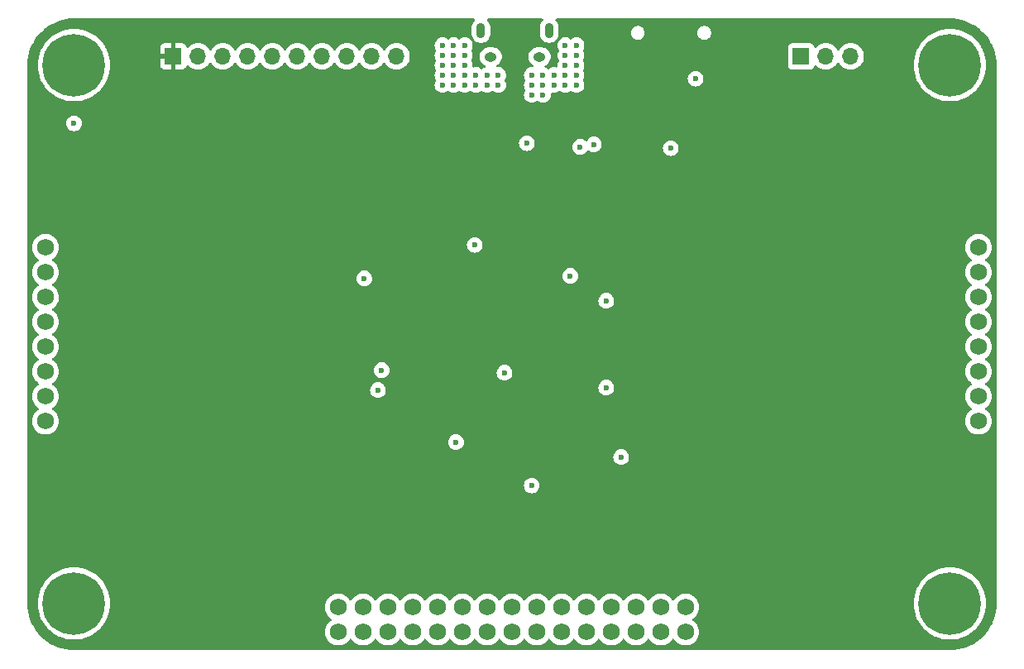
<source format=gbr>
%TF.GenerationSoftware,KiCad,Pcbnew,8.0.7*%
%TF.CreationDate,2025-01-22T16:07:47-05:00*%
%TF.ProjectId,companion,636f6d70-616e-4696-9f6e-2e6b69636164,rev?*%
%TF.SameCoordinates,Original*%
%TF.FileFunction,Copper,L3,Inr*%
%TF.FilePolarity,Positive*%
%FSLAX46Y46*%
G04 Gerber Fmt 4.6, Leading zero omitted, Abs format (unit mm)*
G04 Created by KiCad (PCBNEW 8.0.7) date 2025-01-22 16:07:47*
%MOMM*%
%LPD*%
G01*
G04 APERTURE LIST*
%TA.AperFunction,ComponentPad*%
%ADD10C,1.750000*%
%TD*%
%TA.AperFunction,ComponentPad*%
%ADD11C,0.800000*%
%TD*%
%TA.AperFunction,ComponentPad*%
%ADD12C,6.400000*%
%TD*%
%TA.AperFunction,ComponentPad*%
%ADD13O,0.890000X1.550000*%
%TD*%
%TA.AperFunction,ComponentPad*%
%ADD14O,1.250000X0.950000*%
%TD*%
%TA.AperFunction,ComponentPad*%
%ADD15R,1.700000X1.700000*%
%TD*%
%TA.AperFunction,ComponentPad*%
%ADD16O,1.700000X1.700000*%
%TD*%
%TA.AperFunction,ViaPad*%
%ADD17C,0.600000*%
%TD*%
G04 APERTURE END LIST*
D10*
%TO.N,VBUS*%
%TO.C,U1*%
X103632000Y-66040000D03*
X103632000Y-68580000D03*
X103632000Y-71120000D03*
X103632000Y-73660000D03*
%TO.N,GND*%
X103632000Y-76200000D03*
X103632000Y-78740000D03*
X103632000Y-81280000D03*
X103632000Y-83820000D03*
%TO.N,/DATA0*%
X133604000Y-105410000D03*
%TO.N,/DATA1*%
X136144000Y-105410000D03*
%TO.N,/DATA2*%
X138684000Y-105410000D03*
%TO.N,/DATA3*%
X141224000Y-105410000D03*
%TO.N,GND*%
X143764000Y-105410000D03*
%TO.N,/DATA4*%
X146304000Y-105410000D03*
%TO.N,/DATA5*%
X148844000Y-105410000D03*
%TO.N,/DATA6*%
X151384000Y-105410000D03*
%TO.N,/DATA7*%
X153924000Y-105410000D03*
%TO.N,GND*%
X156464000Y-105410000D03*
%TO.N,/DATA8*%
X159004000Y-105410000D03*
%TO.N,/DATA9*%
X161544000Y-105410000D03*
%TO.N,/DATA10*%
X164084000Y-105410000D03*
%TO.N,/DATA11*%
X166624000Y-105410000D03*
%TO.N,/DATA12*%
X169164000Y-105410000D03*
%TO.N,/DATA13*%
X169164000Y-102870000D03*
%TO.N,/DATA14*%
X166624000Y-102870000D03*
%TO.N,/DATA15*%
X164084000Y-102870000D03*
%TO.N,/ADDR5*%
X161544000Y-102870000D03*
%TO.N,/ADDR4*%
X159004000Y-102870000D03*
%TO.N,GND*%
X156464000Y-102870000D03*
%TO.N,/ADDR3*%
X153924000Y-102870000D03*
%TO.N,/ADDR2*%
X151384000Y-102870000D03*
%TO.N,/ADDR1*%
X148844000Y-102870000D03*
%TO.N,/ADDR0*%
X146304000Y-102870000D03*
%TO.N,GND*%
X143764000Y-102870000D03*
%TO.N,/~{W}{slash}R*%
X141224000Y-102870000D03*
%TO.N,/~{B}{slash}W*%
X138684000Y-102870000D03*
%TO.N,/~{EN}*%
X136144000Y-102870000D03*
%TO.N,/CLK*%
X133604000Y-102870000D03*
%TO.N,GND*%
X199136000Y-83820000D03*
%TO.N,/CDONE*%
X199136000Y-81280000D03*
%TO.N,/~{CRESET}*%
X199136000Y-78740000D03*
%TO.N,/~{FRESET}*%
X199136000Y-76200000D03*
%TO.N,/~{FSEL}*%
X199136000Y-73660000D03*
%TO.N,/SPI_SCK*%
X199136000Y-71120000D03*
%TO.N,/SPI_MISO*%
X199136000Y-68580000D03*
%TO.N,/SPI_MOSI*%
X199136000Y-66040000D03*
%TD*%
D11*
%TO.N,GND*%
%TO.C,H3*%
X193815000Y-102489000D03*
X194517944Y-100791944D03*
X194517944Y-104186056D03*
X196215000Y-100089000D03*
D12*
X196215000Y-102489000D03*
D11*
X196215000Y-104889000D03*
X197912056Y-100791944D03*
X197912056Y-104186056D03*
X198615000Y-102489000D03*
%TD*%
%TO.N,GND*%
%TO.C,H1*%
X104153000Y-47371000D03*
X104855944Y-45673944D03*
X104855944Y-49068056D03*
X106553000Y-44971000D03*
D12*
X106553000Y-47371000D03*
D11*
X106553000Y-49771000D03*
X108250056Y-45673944D03*
X108250056Y-49068056D03*
X108953000Y-47371000D03*
%TD*%
%TO.N,GND*%
%TO.C,H2*%
X193815000Y-47371000D03*
X194517944Y-45673944D03*
X194517944Y-49068056D03*
X196215000Y-44971000D03*
D12*
X196215000Y-47371000D03*
D11*
X196215000Y-49771000D03*
X197912056Y-45673944D03*
X197912056Y-49068056D03*
X198615000Y-47371000D03*
%TD*%
D13*
%TO.N,unconnected-(J1-Shield-Pad6)_2*%
%TO.C,J1*%
X155209000Y-43815000D03*
D14*
X154209000Y-46515000D03*
X149209000Y-46515000D03*
D13*
X148209000Y-43815000D03*
%TD*%
D15*
%TO.N,+3.3V*%
%TO.C,J2*%
X116713000Y-46482000D03*
D16*
%TO.N,/SYS_SWDIO*%
X119253000Y-46482000D03*
%TO.N,GND*%
X121793000Y-46482000D03*
%TO.N,/SYS_SWCLK*%
X124333000Y-46482000D03*
%TO.N,GND*%
X126873000Y-46482000D03*
%TO.N,unconnected-(J2-Pin_6-Pad6)*%
X129413000Y-46482000D03*
%TO.N,unconnected-(J2-Pin_7-Pad7)*%
X131953000Y-46482000D03*
%TO.N,unconnected-(J2-Pin_8-Pad8)*%
X134493000Y-46482000D03*
%TO.N,GND*%
X137033000Y-46482000D03*
%TO.N,/NRST*%
X139573000Y-46482000D03*
%TD*%
D11*
%TO.N,GND*%
%TO.C,H4*%
X104153000Y-102489000D03*
X104855944Y-100791944D03*
X104855944Y-104186056D03*
X106553000Y-100089000D03*
D12*
X106553000Y-102489000D03*
D11*
X106553000Y-104889000D03*
X108250056Y-100791944D03*
X108250056Y-104186056D03*
X108953000Y-102489000D03*
%TD*%
D15*
%TO.N,/BOOT_RX*%
%TO.C,J3*%
X180975000Y-46482000D03*
D16*
%TO.N,/BOOT_TX*%
X183515000Y-46482000D03*
%TO.N,GND*%
X186055000Y-46482000D03*
%TD*%
D17*
%TO.N,GND*%
X162560000Y-87503000D03*
X159766000Y-55499000D03*
X161036000Y-71501000D03*
X149987000Y-49403000D03*
X170180000Y-48768000D03*
X144272000Y-45339000D03*
X148844000Y-48387000D03*
X144272000Y-48387000D03*
X145415000Y-45339000D03*
X145415000Y-49403000D03*
X146558000Y-47371000D03*
X145415000Y-47371000D03*
X146558000Y-48387000D03*
X138049000Y-78613000D03*
X147701000Y-48387000D03*
X146558000Y-49403000D03*
X144272000Y-47371000D03*
X147574000Y-65786000D03*
X147701000Y-49403000D03*
X145415000Y-48387000D03*
X161036000Y-80391000D03*
X146558000Y-46355000D03*
X148844000Y-49403000D03*
X106553000Y-53340000D03*
X144272000Y-49403000D03*
X146558000Y-45339000D03*
X144272000Y-46355000D03*
X145415000Y-46355000D03*
X152908000Y-55372000D03*
X145658250Y-85979000D03*
X153405250Y-90424000D03*
X149987000Y-48387000D03*
%TO.N,+3.3V*%
X106553000Y-62611000D03*
X196215000Y-62738000D03*
X161417000Y-52197000D03*
X161036000Y-77597000D03*
X161417000Y-50419000D03*
X165167000Y-48828000D03*
X159131000Y-50419000D03*
X161417000Y-51308000D03*
X160274000Y-51308000D03*
X162560000Y-85471000D03*
X144907000Y-80645000D03*
X161036000Y-68580000D03*
X144272000Y-67183000D03*
X157988000Y-51308000D03*
X160274000Y-50419000D03*
X157988000Y-50419000D03*
%TO.N,VBUS*%
X156845000Y-45339000D03*
X153416000Y-49403000D03*
X156845000Y-46355000D03*
X157988000Y-46355000D03*
X155702000Y-48387000D03*
X156845000Y-48387000D03*
X154559000Y-49403000D03*
X158369000Y-55753000D03*
X153416000Y-48387000D03*
X157988000Y-49403000D03*
X156845000Y-47371000D03*
X154559000Y-48387000D03*
X154559000Y-50419000D03*
X157988000Y-48387000D03*
X157988000Y-47371000D03*
X153416000Y-50419000D03*
X156845000Y-49403000D03*
X155702000Y-49403000D03*
X157988000Y-45339000D03*
%TO.N,/BOOT0*%
X157353000Y-68961000D03*
X167640000Y-55880000D03*
%TO.N,/NRST*%
X136271000Y-69215000D03*
X137668000Y-80645000D03*
X150622000Y-78867000D03*
%TD*%
%TA.AperFunction,Conductor*%
%TO.N,+3.3V*%
G36*
X147533037Y-42611185D02*
G01*
X147578792Y-42663989D01*
X147588736Y-42733147D01*
X147559711Y-42796703D01*
X147553679Y-42803181D01*
X147474584Y-42882275D01*
X147474578Y-42882283D01*
X147371109Y-43037135D01*
X147371109Y-43037136D01*
X147299835Y-43209207D01*
X147299833Y-43209215D01*
X147263500Y-43391871D01*
X147263500Y-44238128D01*
X147299833Y-44420784D01*
X147299835Y-44420792D01*
X147371109Y-44592863D01*
X147371109Y-44592864D01*
X147474578Y-44747716D01*
X147474584Y-44747724D01*
X147606275Y-44879415D01*
X147606283Y-44879421D01*
X147761135Y-44982890D01*
X147777040Y-44989478D01*
X147933208Y-45054165D01*
X148115871Y-45090499D01*
X148115874Y-45090500D01*
X148115876Y-45090500D01*
X148302126Y-45090500D01*
X148302127Y-45090499D01*
X148484792Y-45054165D01*
X148656862Y-44982891D01*
X148656863Y-44982890D01*
X148656864Y-44982890D01*
X148733772Y-44931501D01*
X148811721Y-44879418D01*
X148943418Y-44747721D01*
X148995501Y-44669772D01*
X149046890Y-44592864D01*
X149046890Y-44592863D01*
X149046891Y-44592862D01*
X149118165Y-44420792D01*
X149154500Y-44238124D01*
X149154500Y-43391876D01*
X149154500Y-43391873D01*
X149154499Y-43391871D01*
X149149850Y-43368500D01*
X149118165Y-43209208D01*
X149046891Y-43037138D01*
X149046890Y-43037136D01*
X149046890Y-43037135D01*
X148943421Y-42882283D01*
X148943415Y-42882275D01*
X148864321Y-42803181D01*
X148830836Y-42741858D01*
X148835820Y-42672166D01*
X148877692Y-42616233D01*
X148943156Y-42591816D01*
X148952002Y-42591500D01*
X154465998Y-42591500D01*
X154533037Y-42611185D01*
X154578792Y-42663989D01*
X154588736Y-42733147D01*
X154559711Y-42796703D01*
X154553679Y-42803181D01*
X154474584Y-42882275D01*
X154474578Y-42882283D01*
X154371109Y-43037135D01*
X154371109Y-43037136D01*
X154299835Y-43209207D01*
X154299833Y-43209215D01*
X154263500Y-43391871D01*
X154263500Y-44238128D01*
X154299833Y-44420784D01*
X154299835Y-44420792D01*
X154371109Y-44592863D01*
X154371109Y-44592864D01*
X154474578Y-44747716D01*
X154474584Y-44747724D01*
X154606275Y-44879415D01*
X154606283Y-44879421D01*
X154761135Y-44982890D01*
X154777040Y-44989478D01*
X154933208Y-45054165D01*
X155115871Y-45090499D01*
X155115874Y-45090500D01*
X155115876Y-45090500D01*
X155302126Y-45090500D01*
X155302127Y-45090499D01*
X155484792Y-45054165D01*
X155656862Y-44982891D01*
X155656863Y-44982890D01*
X155656864Y-44982890D01*
X155733772Y-44931501D01*
X155811721Y-44879418D01*
X155943418Y-44747721D01*
X155995501Y-44669772D01*
X156046890Y-44592864D01*
X156046890Y-44592863D01*
X156046891Y-44592862D01*
X156118165Y-44420792D01*
X156154500Y-44238124D01*
X156154500Y-44137995D01*
X163566499Y-44137995D01*
X163593418Y-44273322D01*
X163593421Y-44273332D01*
X163646221Y-44400804D01*
X163646228Y-44400817D01*
X163722885Y-44515541D01*
X163722888Y-44515545D01*
X163820454Y-44613111D01*
X163820458Y-44613114D01*
X163935182Y-44689771D01*
X163935195Y-44689778D01*
X164062667Y-44742578D01*
X164062672Y-44742580D01*
X164062676Y-44742580D01*
X164062677Y-44742581D01*
X164198004Y-44769500D01*
X164198007Y-44769500D01*
X164335995Y-44769500D01*
X164427041Y-44751389D01*
X164471328Y-44742580D01*
X164598811Y-44689775D01*
X164713542Y-44613114D01*
X164811114Y-44515542D01*
X164887775Y-44400811D01*
X164940580Y-44273328D01*
X164967500Y-44137995D01*
X170366499Y-44137995D01*
X170393418Y-44273322D01*
X170393421Y-44273332D01*
X170446221Y-44400804D01*
X170446228Y-44400817D01*
X170522885Y-44515541D01*
X170522888Y-44515545D01*
X170620454Y-44613111D01*
X170620458Y-44613114D01*
X170735182Y-44689771D01*
X170735195Y-44689778D01*
X170862667Y-44742578D01*
X170862672Y-44742580D01*
X170862676Y-44742580D01*
X170862677Y-44742581D01*
X170998004Y-44769500D01*
X170998007Y-44769500D01*
X171135995Y-44769500D01*
X171227041Y-44751389D01*
X171271328Y-44742580D01*
X171398811Y-44689775D01*
X171513542Y-44613114D01*
X171611114Y-44515542D01*
X171687775Y-44400811D01*
X171740580Y-44273328D01*
X171767500Y-44137993D01*
X171767500Y-44000007D01*
X171767500Y-44000004D01*
X171740581Y-43864677D01*
X171740580Y-43864676D01*
X171740580Y-43864672D01*
X171733172Y-43846788D01*
X171687778Y-43737195D01*
X171687771Y-43737182D01*
X171611114Y-43622458D01*
X171611111Y-43622454D01*
X171513545Y-43524888D01*
X171513541Y-43524885D01*
X171398817Y-43448228D01*
X171398804Y-43448221D01*
X171271332Y-43395421D01*
X171271322Y-43395418D01*
X171135995Y-43368500D01*
X171135993Y-43368500D01*
X170998007Y-43368500D01*
X170998005Y-43368500D01*
X170862677Y-43395418D01*
X170862667Y-43395421D01*
X170735195Y-43448221D01*
X170735182Y-43448228D01*
X170620458Y-43524885D01*
X170620454Y-43524888D01*
X170522888Y-43622454D01*
X170522885Y-43622458D01*
X170446228Y-43737182D01*
X170446221Y-43737195D01*
X170393421Y-43864667D01*
X170393418Y-43864677D01*
X170366500Y-44000004D01*
X170366500Y-44000007D01*
X170366500Y-44137993D01*
X170366500Y-44137995D01*
X170366499Y-44137995D01*
X164967500Y-44137995D01*
X164967500Y-44137993D01*
X164967500Y-44000007D01*
X164967500Y-44000004D01*
X164940581Y-43864677D01*
X164940580Y-43864676D01*
X164940580Y-43864672D01*
X164933172Y-43846788D01*
X164887778Y-43737195D01*
X164887771Y-43737182D01*
X164811114Y-43622458D01*
X164811111Y-43622454D01*
X164713545Y-43524888D01*
X164713541Y-43524885D01*
X164598817Y-43448228D01*
X164598804Y-43448221D01*
X164471332Y-43395421D01*
X164471322Y-43395418D01*
X164335995Y-43368500D01*
X164335993Y-43368500D01*
X164198007Y-43368500D01*
X164198005Y-43368500D01*
X164062677Y-43395418D01*
X164062667Y-43395421D01*
X163935195Y-43448221D01*
X163935182Y-43448228D01*
X163820458Y-43524885D01*
X163820454Y-43524888D01*
X163722888Y-43622454D01*
X163722885Y-43622458D01*
X163646228Y-43737182D01*
X163646221Y-43737195D01*
X163593421Y-43864667D01*
X163593418Y-43864677D01*
X163566500Y-44000004D01*
X163566500Y-44000007D01*
X163566500Y-44137993D01*
X163566500Y-44137995D01*
X163566499Y-44137995D01*
X156154500Y-44137995D01*
X156154500Y-43391876D01*
X156154500Y-43391873D01*
X156154499Y-43391871D01*
X156149850Y-43368500D01*
X156118165Y-43209208D01*
X156046891Y-43037138D01*
X156046890Y-43037136D01*
X156046890Y-43037135D01*
X155943421Y-42882283D01*
X155943415Y-42882275D01*
X155864321Y-42803181D01*
X155830836Y-42741858D01*
X155835820Y-42672166D01*
X155877692Y-42616233D01*
X155943156Y-42591816D01*
X155952002Y-42591500D01*
X196167405Y-42591500D01*
X196212294Y-42591500D01*
X196217702Y-42591618D01*
X196231499Y-42592220D01*
X196626173Y-42609451D01*
X196636910Y-42610391D01*
X197039584Y-42663404D01*
X197050222Y-42665279D01*
X197446749Y-42753188D01*
X197457189Y-42755986D01*
X197844530Y-42878113D01*
X197854676Y-42881806D01*
X198229911Y-43037234D01*
X198239702Y-43041800D01*
X198561288Y-43209207D01*
X198599942Y-43229329D01*
X198609309Y-43234736D01*
X198944424Y-43448228D01*
X198951840Y-43452952D01*
X198960699Y-43459155D01*
X199173514Y-43622454D01*
X199282909Y-43706396D01*
X199291195Y-43713350D01*
X199590624Y-43987726D01*
X199598273Y-43995375D01*
X199872649Y-44294804D01*
X199879603Y-44303090D01*
X200126842Y-44625297D01*
X200133047Y-44634159D01*
X200351262Y-44976689D01*
X200356670Y-44986057D01*
X200544196Y-45346290D01*
X200548768Y-45356094D01*
X200704189Y-45731313D01*
X200707889Y-45741479D01*
X200830012Y-46128806D01*
X200832812Y-46139254D01*
X200920718Y-46535769D01*
X200922596Y-46546423D01*
X200975606Y-46949069D01*
X200976549Y-46959845D01*
X200994382Y-47368297D01*
X200994500Y-47373706D01*
X200994500Y-102486293D01*
X200994382Y-102491702D01*
X200976549Y-102900154D01*
X200975606Y-102910930D01*
X200922596Y-103313576D01*
X200920718Y-103324230D01*
X200832812Y-103720745D01*
X200830012Y-103731193D01*
X200707889Y-104118520D01*
X200704189Y-104128686D01*
X200548768Y-104503905D01*
X200544196Y-104513709D01*
X200356670Y-104873942D01*
X200351262Y-104883310D01*
X200133047Y-105225840D01*
X200126842Y-105234702D01*
X199879603Y-105556909D01*
X199872649Y-105565195D01*
X199598273Y-105864624D01*
X199590624Y-105872273D01*
X199291195Y-106146649D01*
X199282909Y-106153603D01*
X198960702Y-106400842D01*
X198951840Y-106407047D01*
X198609310Y-106625262D01*
X198599942Y-106630670D01*
X198239709Y-106818196D01*
X198229905Y-106822768D01*
X197854686Y-106978189D01*
X197844520Y-106981889D01*
X197457193Y-107104012D01*
X197446745Y-107106812D01*
X197050230Y-107194718D01*
X197039576Y-107196596D01*
X196636930Y-107249606D01*
X196626154Y-107250549D01*
X196217703Y-107268382D01*
X196212294Y-107268500D01*
X106555706Y-107268500D01*
X106550297Y-107268382D01*
X106141845Y-107250549D01*
X106131069Y-107249606D01*
X105728423Y-107196596D01*
X105717769Y-107194718D01*
X105321254Y-107106812D01*
X105310806Y-107104012D01*
X104923479Y-106981889D01*
X104913313Y-106978189D01*
X104538094Y-106822768D01*
X104528290Y-106818196D01*
X104168057Y-106630670D01*
X104158689Y-106625262D01*
X103816159Y-106407047D01*
X103807297Y-106400842D01*
X103485090Y-106153603D01*
X103476804Y-106146649D01*
X103177375Y-105872273D01*
X103169726Y-105864624D01*
X102895350Y-105565195D01*
X102888396Y-105556909D01*
X102641157Y-105234702D01*
X102634952Y-105225840D01*
X102607552Y-105182831D01*
X102416736Y-104883309D01*
X102411329Y-104873942D01*
X102223803Y-104513709D01*
X102219231Y-104503905D01*
X102063806Y-104128676D01*
X102060110Y-104118520D01*
X102048017Y-104080166D01*
X101937986Y-103731189D01*
X101935187Y-103720745D01*
X101908391Y-103599875D01*
X101847279Y-103324222D01*
X101845403Y-103313576D01*
X101838275Y-103259433D01*
X101792391Y-102910910D01*
X101791451Y-102900173D01*
X101773618Y-102491701D01*
X101773559Y-102489000D01*
X102847422Y-102489000D01*
X102867722Y-102876338D01*
X102928398Y-103259433D01*
X103012845Y-103574596D01*
X103028788Y-103634094D01*
X103167787Y-103996197D01*
X103343877Y-104341793D01*
X103555122Y-104667082D01*
X103555124Y-104667084D01*
X103799219Y-104968516D01*
X104073484Y-105242781D01*
X104073488Y-105242784D01*
X104374917Y-105486877D01*
X104606362Y-105637179D01*
X104700211Y-105698125D01*
X105014288Y-105858155D01*
X105041996Y-105872273D01*
X105045806Y-105874214D01*
X105407913Y-106013214D01*
X105782567Y-106113602D01*
X106165662Y-106174278D01*
X106531576Y-106193455D01*
X106552999Y-106194578D01*
X106553000Y-106194578D01*
X106553001Y-106194578D01*
X106573301Y-106193514D01*
X106940338Y-106174278D01*
X107323433Y-106113602D01*
X107698087Y-106013214D01*
X108060194Y-105874214D01*
X108405789Y-105698125D01*
X108731084Y-105486876D01*
X109032516Y-105242781D01*
X109306781Y-104968516D01*
X109550876Y-104667084D01*
X109762125Y-104341789D01*
X109938214Y-103996194D01*
X110077214Y-103634087D01*
X110177602Y-103259433D01*
X110238278Y-102876338D01*
X110238611Y-102869993D01*
X132223786Y-102869993D01*
X132223786Y-102870006D01*
X132242608Y-103097168D01*
X132242610Y-103097179D01*
X132298569Y-103318155D01*
X132390137Y-103526908D01*
X132514814Y-103717742D01*
X132669208Y-103885458D01*
X132669212Y-103885461D01*
X132811485Y-103996197D01*
X132849094Y-104025469D01*
X132849096Y-104025470D01*
X132849099Y-104025472D01*
X132859214Y-104030946D01*
X132908804Y-104080166D01*
X132923911Y-104148382D01*
X132899740Y-104213938D01*
X132859214Y-104249054D01*
X132849099Y-104254527D01*
X132849090Y-104254533D01*
X132669212Y-104394538D01*
X132669208Y-104394541D01*
X132514814Y-104562257D01*
X132390137Y-104753091D01*
X132298569Y-104961844D01*
X132242610Y-105182820D01*
X132242608Y-105182831D01*
X132223786Y-105409993D01*
X132223786Y-105410006D01*
X132242608Y-105637168D01*
X132242610Y-105637179D01*
X132298569Y-105858155D01*
X132390137Y-106066908D01*
X132514814Y-106257742D01*
X132514817Y-106257745D01*
X132649580Y-106404137D01*
X132669208Y-106425458D01*
X132669212Y-106425461D01*
X132849094Y-106565469D01*
X132849096Y-106565470D01*
X132849099Y-106565472D01*
X132909731Y-106598284D01*
X133049574Y-106673963D01*
X133161529Y-106712397D01*
X133265173Y-106747979D01*
X133265175Y-106747979D01*
X133265177Y-106747980D01*
X133490023Y-106785500D01*
X133490024Y-106785500D01*
X133717976Y-106785500D01*
X133717977Y-106785500D01*
X133942823Y-106747980D01*
X134158426Y-106673963D01*
X134358906Y-106565469D01*
X134538794Y-106425456D01*
X134693183Y-106257745D01*
X134770191Y-106139874D01*
X134823337Y-106094518D01*
X134892568Y-106085094D01*
X134955904Y-106114596D01*
X134977809Y-106139875D01*
X135054814Y-106257742D01*
X135054817Y-106257745D01*
X135189580Y-106404137D01*
X135209208Y-106425458D01*
X135209212Y-106425461D01*
X135389094Y-106565469D01*
X135389096Y-106565470D01*
X135389099Y-106565472D01*
X135449731Y-106598284D01*
X135589574Y-106673963D01*
X135701529Y-106712397D01*
X135805173Y-106747979D01*
X135805175Y-106747979D01*
X135805177Y-106747980D01*
X136030023Y-106785500D01*
X136030024Y-106785500D01*
X136257976Y-106785500D01*
X136257977Y-106785500D01*
X136482823Y-106747980D01*
X136698426Y-106673963D01*
X136898906Y-106565469D01*
X137078794Y-106425456D01*
X137233183Y-106257745D01*
X137310191Y-106139874D01*
X137363337Y-106094518D01*
X137432568Y-106085094D01*
X137495904Y-106114596D01*
X137517809Y-106139875D01*
X137594814Y-106257742D01*
X137594817Y-106257745D01*
X137729580Y-106404137D01*
X137749208Y-106425458D01*
X137749212Y-106425461D01*
X137929094Y-106565469D01*
X137929096Y-106565470D01*
X137929099Y-106565472D01*
X137989731Y-106598284D01*
X138129574Y-106673963D01*
X138241529Y-106712397D01*
X138345173Y-106747979D01*
X138345175Y-106747979D01*
X138345177Y-106747980D01*
X138570023Y-106785500D01*
X138570024Y-106785500D01*
X138797976Y-106785500D01*
X138797977Y-106785500D01*
X139022823Y-106747980D01*
X139238426Y-106673963D01*
X139438906Y-106565469D01*
X139618794Y-106425456D01*
X139773183Y-106257745D01*
X139850191Y-106139874D01*
X139903337Y-106094518D01*
X139972568Y-106085094D01*
X140035904Y-106114596D01*
X140057809Y-106139875D01*
X140134814Y-106257742D01*
X140134817Y-106257745D01*
X140269580Y-106404137D01*
X140289208Y-106425458D01*
X140289212Y-106425461D01*
X140469094Y-106565469D01*
X140469096Y-106565470D01*
X140469099Y-106565472D01*
X140529731Y-106598284D01*
X140669574Y-106673963D01*
X140781529Y-106712397D01*
X140885173Y-106747979D01*
X140885175Y-106747979D01*
X140885177Y-106747980D01*
X141110023Y-106785500D01*
X141110024Y-106785500D01*
X141337976Y-106785500D01*
X141337977Y-106785500D01*
X141562823Y-106747980D01*
X141778426Y-106673963D01*
X141978906Y-106565469D01*
X142158794Y-106425456D01*
X142313183Y-106257745D01*
X142390191Y-106139874D01*
X142443337Y-106094518D01*
X142512568Y-106085094D01*
X142575904Y-106114596D01*
X142597809Y-106139875D01*
X142674814Y-106257742D01*
X142674817Y-106257745D01*
X142809580Y-106404137D01*
X142829208Y-106425458D01*
X142829212Y-106425461D01*
X143009094Y-106565469D01*
X143009096Y-106565470D01*
X143009099Y-106565472D01*
X143069731Y-106598284D01*
X143209574Y-106673963D01*
X143321529Y-106712397D01*
X143425173Y-106747979D01*
X143425175Y-106747979D01*
X143425177Y-106747980D01*
X143650023Y-106785500D01*
X143650024Y-106785500D01*
X143877976Y-106785500D01*
X143877977Y-106785500D01*
X144102823Y-106747980D01*
X144318426Y-106673963D01*
X144518906Y-106565469D01*
X144698794Y-106425456D01*
X144853183Y-106257745D01*
X144930191Y-106139874D01*
X144983337Y-106094518D01*
X145052568Y-106085094D01*
X145115904Y-106114596D01*
X145137809Y-106139875D01*
X145214814Y-106257742D01*
X145214817Y-106257745D01*
X145349580Y-106404137D01*
X145369208Y-106425458D01*
X145369212Y-106425461D01*
X145549094Y-106565469D01*
X145549096Y-106565470D01*
X145549099Y-106565472D01*
X145609731Y-106598284D01*
X145749574Y-106673963D01*
X145861529Y-106712397D01*
X145965173Y-106747979D01*
X145965175Y-106747979D01*
X145965177Y-106747980D01*
X146190023Y-106785500D01*
X146190024Y-106785500D01*
X146417976Y-106785500D01*
X146417977Y-106785500D01*
X146642823Y-106747980D01*
X146858426Y-106673963D01*
X147058906Y-106565469D01*
X147238794Y-106425456D01*
X147393183Y-106257745D01*
X147470191Y-106139874D01*
X147523337Y-106094518D01*
X147592568Y-106085094D01*
X147655904Y-106114596D01*
X147677809Y-106139875D01*
X147754814Y-106257742D01*
X147754817Y-106257745D01*
X147889580Y-106404137D01*
X147909208Y-106425458D01*
X147909212Y-106425461D01*
X148089094Y-106565469D01*
X148089096Y-106565470D01*
X148089099Y-106565472D01*
X148149731Y-106598284D01*
X148289574Y-106673963D01*
X148401529Y-106712397D01*
X148505173Y-106747979D01*
X148505175Y-106747979D01*
X148505177Y-106747980D01*
X148730023Y-106785500D01*
X148730024Y-106785500D01*
X148957976Y-106785500D01*
X148957977Y-106785500D01*
X149182823Y-106747980D01*
X149398426Y-106673963D01*
X149598906Y-106565469D01*
X149778794Y-106425456D01*
X149933183Y-106257745D01*
X150010191Y-106139874D01*
X150063337Y-106094518D01*
X150132568Y-106085094D01*
X150195904Y-106114596D01*
X150217809Y-106139875D01*
X150294814Y-106257742D01*
X150294817Y-106257745D01*
X150429580Y-106404137D01*
X150449208Y-106425458D01*
X150449212Y-106425461D01*
X150629094Y-106565469D01*
X150629096Y-106565470D01*
X150629099Y-106565472D01*
X150689731Y-106598284D01*
X150829574Y-106673963D01*
X150941529Y-106712397D01*
X151045173Y-106747979D01*
X151045175Y-106747979D01*
X151045177Y-106747980D01*
X151270023Y-106785500D01*
X151270024Y-106785500D01*
X151497976Y-106785500D01*
X151497977Y-106785500D01*
X151722823Y-106747980D01*
X151938426Y-106673963D01*
X152138906Y-106565469D01*
X152318794Y-106425456D01*
X152473183Y-106257745D01*
X152550191Y-106139874D01*
X152603337Y-106094518D01*
X152672568Y-106085094D01*
X152735904Y-106114596D01*
X152757809Y-106139875D01*
X152834814Y-106257742D01*
X152834817Y-106257745D01*
X152969580Y-106404137D01*
X152989208Y-106425458D01*
X152989212Y-106425461D01*
X153169094Y-106565469D01*
X153169096Y-106565470D01*
X153169099Y-106565472D01*
X153229731Y-106598284D01*
X153369574Y-106673963D01*
X153481529Y-106712397D01*
X153585173Y-106747979D01*
X153585175Y-106747979D01*
X153585177Y-106747980D01*
X153810023Y-106785500D01*
X153810024Y-106785500D01*
X154037976Y-106785500D01*
X154037977Y-106785500D01*
X154262823Y-106747980D01*
X154478426Y-106673963D01*
X154678906Y-106565469D01*
X154858794Y-106425456D01*
X155013183Y-106257745D01*
X155090191Y-106139874D01*
X155143337Y-106094518D01*
X155212568Y-106085094D01*
X155275904Y-106114596D01*
X155297809Y-106139875D01*
X155374814Y-106257742D01*
X155374817Y-106257745D01*
X155509580Y-106404137D01*
X155529208Y-106425458D01*
X155529212Y-106425461D01*
X155709094Y-106565469D01*
X155709096Y-106565470D01*
X155709099Y-106565472D01*
X155769731Y-106598284D01*
X155909574Y-106673963D01*
X156021529Y-106712397D01*
X156125173Y-106747979D01*
X156125175Y-106747979D01*
X156125177Y-106747980D01*
X156350023Y-106785500D01*
X156350024Y-106785500D01*
X156577976Y-106785500D01*
X156577977Y-106785500D01*
X156802823Y-106747980D01*
X157018426Y-106673963D01*
X157218906Y-106565469D01*
X157398794Y-106425456D01*
X157553183Y-106257745D01*
X157630191Y-106139874D01*
X157683337Y-106094518D01*
X157752568Y-106085094D01*
X157815904Y-106114596D01*
X157837809Y-106139875D01*
X157914814Y-106257742D01*
X157914817Y-106257745D01*
X158049580Y-106404137D01*
X158069208Y-106425458D01*
X158069212Y-106425461D01*
X158249094Y-106565469D01*
X158249096Y-106565470D01*
X158249099Y-106565472D01*
X158309731Y-106598284D01*
X158449574Y-106673963D01*
X158561529Y-106712397D01*
X158665173Y-106747979D01*
X158665175Y-106747979D01*
X158665177Y-106747980D01*
X158890023Y-106785500D01*
X158890024Y-106785500D01*
X159117976Y-106785500D01*
X159117977Y-106785500D01*
X159342823Y-106747980D01*
X159558426Y-106673963D01*
X159758906Y-106565469D01*
X159938794Y-106425456D01*
X160093183Y-106257745D01*
X160170191Y-106139874D01*
X160223337Y-106094518D01*
X160292568Y-106085094D01*
X160355904Y-106114596D01*
X160377809Y-106139875D01*
X160454814Y-106257742D01*
X160454817Y-106257745D01*
X160589580Y-106404137D01*
X160609208Y-106425458D01*
X160609212Y-106425461D01*
X160789094Y-106565469D01*
X160789096Y-106565470D01*
X160789099Y-106565472D01*
X160849731Y-106598284D01*
X160989574Y-106673963D01*
X161101529Y-106712397D01*
X161205173Y-106747979D01*
X161205175Y-106747979D01*
X161205177Y-106747980D01*
X161430023Y-106785500D01*
X161430024Y-106785500D01*
X161657976Y-106785500D01*
X161657977Y-106785500D01*
X161882823Y-106747980D01*
X162098426Y-106673963D01*
X162298906Y-106565469D01*
X162478794Y-106425456D01*
X162633183Y-106257745D01*
X162710191Y-106139874D01*
X162763337Y-106094518D01*
X162832568Y-106085094D01*
X162895904Y-106114596D01*
X162917809Y-106139875D01*
X162994814Y-106257742D01*
X162994817Y-106257745D01*
X163129580Y-106404137D01*
X163149208Y-106425458D01*
X163149212Y-106425461D01*
X163329094Y-106565469D01*
X163329096Y-106565470D01*
X163329099Y-106565472D01*
X163389731Y-106598284D01*
X163529574Y-106673963D01*
X163641529Y-106712397D01*
X163745173Y-106747979D01*
X163745175Y-106747979D01*
X163745177Y-106747980D01*
X163970023Y-106785500D01*
X163970024Y-106785500D01*
X164197976Y-106785500D01*
X164197977Y-106785500D01*
X164422823Y-106747980D01*
X164638426Y-106673963D01*
X164838906Y-106565469D01*
X165018794Y-106425456D01*
X165173183Y-106257745D01*
X165250191Y-106139874D01*
X165303337Y-106094518D01*
X165372568Y-106085094D01*
X165435904Y-106114596D01*
X165457809Y-106139875D01*
X165534814Y-106257742D01*
X165534817Y-106257745D01*
X165669580Y-106404137D01*
X165689208Y-106425458D01*
X165689212Y-106425461D01*
X165869094Y-106565469D01*
X165869096Y-106565470D01*
X165869099Y-106565472D01*
X165929731Y-106598284D01*
X166069574Y-106673963D01*
X166181529Y-106712397D01*
X166285173Y-106747979D01*
X166285175Y-106747979D01*
X166285177Y-106747980D01*
X166510023Y-106785500D01*
X166510024Y-106785500D01*
X166737976Y-106785500D01*
X166737977Y-106785500D01*
X166962823Y-106747980D01*
X167178426Y-106673963D01*
X167378906Y-106565469D01*
X167558794Y-106425456D01*
X167713183Y-106257745D01*
X167790191Y-106139874D01*
X167843337Y-106094518D01*
X167912568Y-106085094D01*
X167975904Y-106114596D01*
X167997809Y-106139875D01*
X168074814Y-106257742D01*
X168074817Y-106257745D01*
X168209580Y-106404137D01*
X168229208Y-106425458D01*
X168229212Y-106425461D01*
X168409094Y-106565469D01*
X168409096Y-106565470D01*
X168409099Y-106565472D01*
X168469731Y-106598284D01*
X168609574Y-106673963D01*
X168721529Y-106712397D01*
X168825173Y-106747979D01*
X168825175Y-106747979D01*
X168825177Y-106747980D01*
X169050023Y-106785500D01*
X169050024Y-106785500D01*
X169277976Y-106785500D01*
X169277977Y-106785500D01*
X169502823Y-106747980D01*
X169718426Y-106673963D01*
X169918906Y-106565469D01*
X170098794Y-106425456D01*
X170253183Y-106257745D01*
X170377862Y-106066909D01*
X170469430Y-105858155D01*
X170525390Y-105637176D01*
X170526966Y-105618157D01*
X170544214Y-105410006D01*
X170544214Y-105409993D01*
X170525391Y-105182831D01*
X170525389Y-105182820D01*
X170469430Y-104961844D01*
X170377862Y-104753091D01*
X170253185Y-104562257D01*
X170098791Y-104394541D01*
X170098787Y-104394538D01*
X169918909Y-104254533D01*
X169918900Y-104254527D01*
X169908789Y-104249056D01*
X169859197Y-104199838D01*
X169844087Y-104131621D01*
X169868257Y-104066065D01*
X169908789Y-104030944D01*
X169918900Y-104025472D01*
X169918906Y-104025469D01*
X170098794Y-103885456D01*
X170253183Y-103717745D01*
X170377862Y-103526909D01*
X170469430Y-103318155D01*
X170525390Y-103097176D01*
X170540823Y-102910930D01*
X170544214Y-102870006D01*
X170544214Y-102869993D01*
X170525391Y-102642831D01*
X170525389Y-102642820D01*
X170486436Y-102489000D01*
X192509422Y-102489000D01*
X192529722Y-102876338D01*
X192590398Y-103259433D01*
X192674845Y-103574596D01*
X192690788Y-103634094D01*
X192829787Y-103996197D01*
X193005877Y-104341793D01*
X193217122Y-104667082D01*
X193217124Y-104667084D01*
X193461219Y-104968516D01*
X193735484Y-105242781D01*
X193735488Y-105242784D01*
X194036917Y-105486877D01*
X194268362Y-105637179D01*
X194362211Y-105698125D01*
X194676288Y-105858155D01*
X194703996Y-105872273D01*
X194707806Y-105874214D01*
X195069913Y-106013214D01*
X195444567Y-106113602D01*
X195827662Y-106174278D01*
X196193576Y-106193455D01*
X196214999Y-106194578D01*
X196215000Y-106194578D01*
X196215001Y-106194578D01*
X196235301Y-106193514D01*
X196602338Y-106174278D01*
X196985433Y-106113602D01*
X197360087Y-106013214D01*
X197722194Y-105874214D01*
X198067789Y-105698125D01*
X198393084Y-105486876D01*
X198694516Y-105242781D01*
X198968781Y-104968516D01*
X199212876Y-104667084D01*
X199424125Y-104341789D01*
X199600214Y-103996194D01*
X199739214Y-103634087D01*
X199839602Y-103259433D01*
X199900278Y-102876338D01*
X199920578Y-102489000D01*
X199900278Y-102101662D01*
X199839602Y-101718567D01*
X199739214Y-101343913D01*
X199600214Y-100981806D01*
X199424125Y-100636211D01*
X199212876Y-100310916D01*
X198968781Y-100009484D01*
X198694516Y-99735219D01*
X198393084Y-99491124D01*
X198393082Y-99491122D01*
X198067793Y-99279877D01*
X197722197Y-99103787D01*
X197360094Y-98964788D01*
X197360087Y-98964786D01*
X196985433Y-98864398D01*
X196985429Y-98864397D01*
X196985428Y-98864397D01*
X196602339Y-98803722D01*
X196215001Y-98783422D01*
X196214999Y-98783422D01*
X195827660Y-98803722D01*
X195444572Y-98864397D01*
X195444570Y-98864397D01*
X195069905Y-98964788D01*
X194707802Y-99103787D01*
X194362206Y-99279877D01*
X194036917Y-99491122D01*
X193735488Y-99735215D01*
X193735480Y-99735222D01*
X193461222Y-100009480D01*
X193461215Y-100009488D01*
X193217122Y-100310917D01*
X193005877Y-100636206D01*
X192829787Y-100981802D01*
X192690788Y-101343905D01*
X192590397Y-101718570D01*
X192590397Y-101718572D01*
X192529722Y-102101660D01*
X192511916Y-102441405D01*
X192509422Y-102489000D01*
X170486436Y-102489000D01*
X170469430Y-102421844D01*
X170377862Y-102213091D01*
X170253185Y-102022257D01*
X170098791Y-101854541D01*
X170098787Y-101854538D01*
X169918909Y-101714533D01*
X169918900Y-101714527D01*
X169718432Y-101606040D01*
X169718429Y-101606039D01*
X169718426Y-101606037D01*
X169718420Y-101606035D01*
X169718418Y-101606034D01*
X169502826Y-101532020D01*
X169334188Y-101503880D01*
X169277977Y-101494500D01*
X169050023Y-101494500D01*
X169005053Y-101502004D01*
X168825173Y-101532020D01*
X168609581Y-101606034D01*
X168609567Y-101606040D01*
X168409099Y-101714527D01*
X168409090Y-101714533D01*
X168229212Y-101854538D01*
X168229208Y-101854541D01*
X168074817Y-102022255D01*
X167997809Y-102140125D01*
X167944662Y-102185481D01*
X167875431Y-102194905D01*
X167812095Y-102165403D01*
X167790191Y-102140125D01*
X167765062Y-102101662D01*
X167713183Y-102022255D01*
X167558794Y-101854544D01*
X167558793Y-101854543D01*
X167558791Y-101854541D01*
X167558787Y-101854538D01*
X167378909Y-101714533D01*
X167378900Y-101714527D01*
X167178432Y-101606040D01*
X167178429Y-101606039D01*
X167178426Y-101606037D01*
X167178420Y-101606035D01*
X167178418Y-101606034D01*
X166962826Y-101532020D01*
X166794188Y-101503880D01*
X166737977Y-101494500D01*
X166510023Y-101494500D01*
X166465053Y-101502004D01*
X166285173Y-101532020D01*
X166069581Y-101606034D01*
X166069567Y-101606040D01*
X165869099Y-101714527D01*
X165869090Y-101714533D01*
X165689212Y-101854538D01*
X165689208Y-101854541D01*
X165534817Y-102022255D01*
X165457809Y-102140125D01*
X165404662Y-102185481D01*
X165335431Y-102194905D01*
X165272095Y-102165403D01*
X165250191Y-102140125D01*
X165225062Y-102101662D01*
X165173183Y-102022255D01*
X165018794Y-101854544D01*
X165018793Y-101854543D01*
X165018791Y-101854541D01*
X165018787Y-101854538D01*
X164838909Y-101714533D01*
X164838900Y-101714527D01*
X164638432Y-101606040D01*
X164638429Y-101606039D01*
X164638426Y-101606037D01*
X164638420Y-101606035D01*
X164638418Y-101606034D01*
X164422826Y-101532020D01*
X164254188Y-101503880D01*
X164197977Y-101494500D01*
X163970023Y-101494500D01*
X163925053Y-101502004D01*
X163745173Y-101532020D01*
X163529581Y-101606034D01*
X163529567Y-101606040D01*
X163329099Y-101714527D01*
X163329090Y-101714533D01*
X163149212Y-101854538D01*
X163149208Y-101854541D01*
X162994817Y-102022255D01*
X162917809Y-102140125D01*
X162864662Y-102185481D01*
X162795431Y-102194905D01*
X162732095Y-102165403D01*
X162710191Y-102140125D01*
X162685062Y-102101662D01*
X162633183Y-102022255D01*
X162478794Y-101854544D01*
X162478793Y-101854543D01*
X162478791Y-101854541D01*
X162478787Y-101854538D01*
X162298909Y-101714533D01*
X162298900Y-101714527D01*
X162098432Y-101606040D01*
X162098429Y-101606039D01*
X162098426Y-101606037D01*
X162098420Y-101606035D01*
X162098418Y-101606034D01*
X161882826Y-101532020D01*
X161714188Y-101503880D01*
X161657977Y-101494500D01*
X161430023Y-101494500D01*
X161385053Y-101502004D01*
X161205173Y-101532020D01*
X160989581Y-101606034D01*
X160989567Y-101606040D01*
X160789099Y-101714527D01*
X160789090Y-101714533D01*
X160609212Y-101854538D01*
X160609208Y-101854541D01*
X160454817Y-102022255D01*
X160377809Y-102140125D01*
X160324662Y-102185481D01*
X160255431Y-102194905D01*
X160192095Y-102165403D01*
X160170191Y-102140125D01*
X160145062Y-102101662D01*
X160093183Y-102022255D01*
X159938794Y-101854544D01*
X159938793Y-101854543D01*
X159938791Y-101854541D01*
X159938787Y-101854538D01*
X159758909Y-101714533D01*
X159758900Y-101714527D01*
X159558432Y-101606040D01*
X159558429Y-101606039D01*
X159558426Y-101606037D01*
X159558420Y-101606035D01*
X159558418Y-101606034D01*
X159342826Y-101532020D01*
X159174188Y-101503880D01*
X159117977Y-101494500D01*
X158890023Y-101494500D01*
X158845053Y-101502004D01*
X158665173Y-101532020D01*
X158449581Y-101606034D01*
X158449567Y-101606040D01*
X158249099Y-101714527D01*
X158249090Y-101714533D01*
X158069212Y-101854538D01*
X158069208Y-101854541D01*
X157914817Y-102022255D01*
X157837809Y-102140125D01*
X157784662Y-102185481D01*
X157715431Y-102194905D01*
X157652095Y-102165403D01*
X157630191Y-102140125D01*
X157605062Y-102101662D01*
X157553183Y-102022255D01*
X157398794Y-101854544D01*
X157398793Y-101854543D01*
X157398791Y-101854541D01*
X157398787Y-101854538D01*
X157218909Y-101714533D01*
X157218900Y-101714527D01*
X157018432Y-101606040D01*
X157018429Y-101606039D01*
X157018426Y-101606037D01*
X157018420Y-101606035D01*
X157018418Y-101606034D01*
X156802826Y-101532020D01*
X156634188Y-101503880D01*
X156577977Y-101494500D01*
X156350023Y-101494500D01*
X156305053Y-101502004D01*
X156125173Y-101532020D01*
X155909581Y-101606034D01*
X155909567Y-101606040D01*
X155709099Y-101714527D01*
X155709090Y-101714533D01*
X155529212Y-101854538D01*
X155529208Y-101854541D01*
X155374817Y-102022255D01*
X155297809Y-102140125D01*
X155244662Y-102185481D01*
X155175431Y-102194905D01*
X155112095Y-102165403D01*
X155090191Y-102140125D01*
X155065062Y-102101662D01*
X155013183Y-102022255D01*
X154858794Y-101854544D01*
X154858793Y-101854543D01*
X154858791Y-101854541D01*
X154858787Y-101854538D01*
X154678909Y-101714533D01*
X154678900Y-101714527D01*
X154478432Y-101606040D01*
X154478429Y-101606039D01*
X154478426Y-101606037D01*
X154478420Y-101606035D01*
X154478418Y-101606034D01*
X154262826Y-101532020D01*
X154094188Y-101503880D01*
X154037977Y-101494500D01*
X153810023Y-101494500D01*
X153765053Y-101502004D01*
X153585173Y-101532020D01*
X153369581Y-101606034D01*
X153369567Y-101606040D01*
X153169099Y-101714527D01*
X153169090Y-101714533D01*
X152989212Y-101854538D01*
X152989208Y-101854541D01*
X152834817Y-102022255D01*
X152757809Y-102140125D01*
X152704662Y-102185481D01*
X152635431Y-102194905D01*
X152572095Y-102165403D01*
X152550191Y-102140125D01*
X152525062Y-102101662D01*
X152473183Y-102022255D01*
X152318794Y-101854544D01*
X152318793Y-101854543D01*
X152318791Y-101854541D01*
X152318787Y-101854538D01*
X152138909Y-101714533D01*
X152138900Y-101714527D01*
X151938432Y-101606040D01*
X151938429Y-101606039D01*
X151938426Y-101606037D01*
X151938420Y-101606035D01*
X151938418Y-101606034D01*
X151722826Y-101532020D01*
X151554188Y-101503880D01*
X151497977Y-101494500D01*
X151270023Y-101494500D01*
X151225053Y-101502004D01*
X151045173Y-101532020D01*
X150829581Y-101606034D01*
X150829567Y-101606040D01*
X150629099Y-101714527D01*
X150629090Y-101714533D01*
X150449212Y-101854538D01*
X150449208Y-101854541D01*
X150294817Y-102022255D01*
X150217809Y-102140125D01*
X150164662Y-102185481D01*
X150095431Y-102194905D01*
X150032095Y-102165403D01*
X150010191Y-102140125D01*
X149985062Y-102101662D01*
X149933183Y-102022255D01*
X149778794Y-101854544D01*
X149778793Y-101854543D01*
X149778791Y-101854541D01*
X149778787Y-101854538D01*
X149598909Y-101714533D01*
X149598900Y-101714527D01*
X149398432Y-101606040D01*
X149398429Y-101606039D01*
X149398426Y-101606037D01*
X149398420Y-101606035D01*
X149398418Y-101606034D01*
X149182826Y-101532020D01*
X149014188Y-101503880D01*
X148957977Y-101494500D01*
X148730023Y-101494500D01*
X148685053Y-101502004D01*
X148505173Y-101532020D01*
X148289581Y-101606034D01*
X148289567Y-101606040D01*
X148089099Y-101714527D01*
X148089090Y-101714533D01*
X147909212Y-101854538D01*
X147909208Y-101854541D01*
X147754817Y-102022255D01*
X147677809Y-102140125D01*
X147624662Y-102185481D01*
X147555431Y-102194905D01*
X147492095Y-102165403D01*
X147470191Y-102140125D01*
X147445062Y-102101662D01*
X147393183Y-102022255D01*
X147238794Y-101854544D01*
X147238793Y-101854543D01*
X147238791Y-101854541D01*
X147238787Y-101854538D01*
X147058909Y-101714533D01*
X147058900Y-101714527D01*
X146858432Y-101606040D01*
X146858429Y-101606039D01*
X146858426Y-101606037D01*
X146858420Y-101606035D01*
X146858418Y-101606034D01*
X146642826Y-101532020D01*
X146474188Y-101503880D01*
X146417977Y-101494500D01*
X146190023Y-101494500D01*
X146145053Y-101502004D01*
X145965173Y-101532020D01*
X145749581Y-101606034D01*
X145749567Y-101606040D01*
X145549099Y-101714527D01*
X145549090Y-101714533D01*
X145369212Y-101854538D01*
X145369208Y-101854541D01*
X145214817Y-102022255D01*
X145137809Y-102140125D01*
X145084662Y-102185481D01*
X145015431Y-102194905D01*
X144952095Y-102165403D01*
X144930191Y-102140125D01*
X144905062Y-102101662D01*
X144853183Y-102022255D01*
X144698794Y-101854544D01*
X144698793Y-101854543D01*
X144698791Y-101854541D01*
X144698787Y-101854538D01*
X144518909Y-101714533D01*
X144518900Y-101714527D01*
X144318432Y-101606040D01*
X144318429Y-101606039D01*
X144318426Y-101606037D01*
X144318420Y-101606035D01*
X144318418Y-101606034D01*
X144102826Y-101532020D01*
X143934188Y-101503880D01*
X143877977Y-101494500D01*
X143650023Y-101494500D01*
X143605053Y-101502004D01*
X143425173Y-101532020D01*
X143209581Y-101606034D01*
X143209567Y-101606040D01*
X143009099Y-101714527D01*
X143009090Y-101714533D01*
X142829212Y-101854538D01*
X142829208Y-101854541D01*
X142674817Y-102022255D01*
X142597809Y-102140125D01*
X142544662Y-102185481D01*
X142475431Y-102194905D01*
X142412095Y-102165403D01*
X142390191Y-102140125D01*
X142365062Y-102101662D01*
X142313183Y-102022255D01*
X142158794Y-101854544D01*
X142158793Y-101854543D01*
X142158791Y-101854541D01*
X142158787Y-101854538D01*
X141978909Y-101714533D01*
X141978900Y-101714527D01*
X141778432Y-101606040D01*
X141778429Y-101606039D01*
X141778426Y-101606037D01*
X141778420Y-101606035D01*
X141778418Y-101606034D01*
X141562826Y-101532020D01*
X141394188Y-101503880D01*
X141337977Y-101494500D01*
X141110023Y-101494500D01*
X141065053Y-101502004D01*
X140885173Y-101532020D01*
X140669581Y-101606034D01*
X140669567Y-101606040D01*
X140469099Y-101714527D01*
X140469090Y-101714533D01*
X140289212Y-101854538D01*
X140289208Y-101854541D01*
X140134817Y-102022255D01*
X140057809Y-102140125D01*
X140004662Y-102185481D01*
X139935431Y-102194905D01*
X139872095Y-102165403D01*
X139850191Y-102140125D01*
X139825062Y-102101662D01*
X139773183Y-102022255D01*
X139618794Y-101854544D01*
X139618793Y-101854543D01*
X139618791Y-101854541D01*
X139618787Y-101854538D01*
X139438909Y-101714533D01*
X139438900Y-101714527D01*
X139238432Y-101606040D01*
X139238429Y-101606039D01*
X139238426Y-101606037D01*
X139238420Y-101606035D01*
X139238418Y-101606034D01*
X139022826Y-101532020D01*
X138854188Y-101503880D01*
X138797977Y-101494500D01*
X138570023Y-101494500D01*
X138525053Y-101502004D01*
X138345173Y-101532020D01*
X138129581Y-101606034D01*
X138129567Y-101606040D01*
X137929099Y-101714527D01*
X137929090Y-101714533D01*
X137749212Y-101854538D01*
X137749208Y-101854541D01*
X137594817Y-102022255D01*
X137517809Y-102140125D01*
X137464662Y-102185481D01*
X137395431Y-102194905D01*
X137332095Y-102165403D01*
X137310191Y-102140125D01*
X137285062Y-102101662D01*
X137233183Y-102022255D01*
X137078794Y-101854544D01*
X137078793Y-101854543D01*
X137078791Y-101854541D01*
X137078787Y-101854538D01*
X136898909Y-101714533D01*
X136898900Y-101714527D01*
X136698432Y-101606040D01*
X136698429Y-101606039D01*
X136698426Y-101606037D01*
X136698420Y-101606035D01*
X136698418Y-101606034D01*
X136482826Y-101532020D01*
X136314188Y-101503880D01*
X136257977Y-101494500D01*
X136030023Y-101494500D01*
X135985053Y-101502004D01*
X135805173Y-101532020D01*
X135589581Y-101606034D01*
X135589567Y-101606040D01*
X135389099Y-101714527D01*
X135389090Y-101714533D01*
X135209212Y-101854538D01*
X135209208Y-101854541D01*
X135054817Y-102022255D01*
X134977809Y-102140125D01*
X134924662Y-102185481D01*
X134855431Y-102194905D01*
X134792095Y-102165403D01*
X134770191Y-102140125D01*
X134745062Y-102101662D01*
X134693183Y-102022255D01*
X134538794Y-101854544D01*
X134538793Y-101854543D01*
X134538791Y-101854541D01*
X134538787Y-101854538D01*
X134358909Y-101714533D01*
X134358900Y-101714527D01*
X134158432Y-101606040D01*
X134158429Y-101606039D01*
X134158426Y-101606037D01*
X134158420Y-101606035D01*
X134158418Y-101606034D01*
X133942826Y-101532020D01*
X133774188Y-101503880D01*
X133717977Y-101494500D01*
X133490023Y-101494500D01*
X133445053Y-101502004D01*
X133265173Y-101532020D01*
X133049581Y-101606034D01*
X133049567Y-101606040D01*
X132849099Y-101714527D01*
X132849090Y-101714533D01*
X132669212Y-101854538D01*
X132669208Y-101854541D01*
X132514814Y-102022257D01*
X132390137Y-102213091D01*
X132298569Y-102421844D01*
X132242610Y-102642820D01*
X132242608Y-102642831D01*
X132223786Y-102869993D01*
X110238611Y-102869993D01*
X110258578Y-102489000D01*
X110238278Y-102101662D01*
X110177602Y-101718567D01*
X110077214Y-101343913D01*
X109938214Y-100981806D01*
X109762125Y-100636211D01*
X109550876Y-100310916D01*
X109306781Y-100009484D01*
X109032516Y-99735219D01*
X108731084Y-99491124D01*
X108731082Y-99491122D01*
X108405793Y-99279877D01*
X108060197Y-99103787D01*
X107698094Y-98964788D01*
X107698087Y-98964786D01*
X107323433Y-98864398D01*
X107323429Y-98864397D01*
X107323428Y-98864397D01*
X106940339Y-98803722D01*
X106553001Y-98783422D01*
X106552999Y-98783422D01*
X106165660Y-98803722D01*
X105782572Y-98864397D01*
X105782570Y-98864397D01*
X105407905Y-98964788D01*
X105045802Y-99103787D01*
X104700206Y-99279877D01*
X104374917Y-99491122D01*
X104073488Y-99735215D01*
X104073480Y-99735222D01*
X103799222Y-100009480D01*
X103799215Y-100009488D01*
X103555122Y-100310917D01*
X103343877Y-100636206D01*
X103167787Y-100981802D01*
X103028788Y-101343905D01*
X102928397Y-101718570D01*
X102928397Y-101718572D01*
X102867722Y-102101660D01*
X102849916Y-102441405D01*
X102847422Y-102489000D01*
X101773559Y-102489000D01*
X101773500Y-102486293D01*
X101773500Y-90423996D01*
X152599685Y-90423996D01*
X152599685Y-90424003D01*
X152619880Y-90603249D01*
X152619881Y-90603254D01*
X152679461Y-90773523D01*
X152775434Y-90926262D01*
X152902988Y-91053816D01*
X153055728Y-91149789D01*
X153225995Y-91209368D01*
X153226000Y-91209369D01*
X153405246Y-91229565D01*
X153405250Y-91229565D01*
X153405254Y-91229565D01*
X153584499Y-91209369D01*
X153584502Y-91209368D01*
X153584505Y-91209368D01*
X153754772Y-91149789D01*
X153907512Y-91053816D01*
X154035066Y-90926262D01*
X154131039Y-90773522D01*
X154190618Y-90603255D01*
X154210815Y-90424000D01*
X154190618Y-90244745D01*
X154131039Y-90074478D01*
X154035066Y-89921738D01*
X153907512Y-89794184D01*
X153754773Y-89698211D01*
X153584504Y-89638631D01*
X153584499Y-89638630D01*
X153405254Y-89618435D01*
X153405246Y-89618435D01*
X153226000Y-89638630D01*
X153225995Y-89638631D01*
X153055726Y-89698211D01*
X152902987Y-89794184D01*
X152775434Y-89921737D01*
X152679461Y-90074476D01*
X152619881Y-90244745D01*
X152619880Y-90244750D01*
X152599685Y-90423996D01*
X101773500Y-90423996D01*
X101773500Y-87502996D01*
X161754435Y-87502996D01*
X161754435Y-87503003D01*
X161774630Y-87682249D01*
X161774631Y-87682254D01*
X161834211Y-87852523D01*
X161930184Y-88005262D01*
X162057738Y-88132816D01*
X162210478Y-88228789D01*
X162380745Y-88288368D01*
X162380750Y-88288369D01*
X162559996Y-88308565D01*
X162560000Y-88308565D01*
X162560004Y-88308565D01*
X162739249Y-88288369D01*
X162739252Y-88288368D01*
X162739255Y-88288368D01*
X162909522Y-88228789D01*
X163062262Y-88132816D01*
X163189816Y-88005262D01*
X163285789Y-87852522D01*
X163345368Y-87682255D01*
X163365565Y-87503000D01*
X163345368Y-87323745D01*
X163285789Y-87153478D01*
X163189816Y-87000738D01*
X163062262Y-86873184D01*
X162909523Y-86777211D01*
X162739254Y-86717631D01*
X162739249Y-86717630D01*
X162560004Y-86697435D01*
X162559996Y-86697435D01*
X162380750Y-86717630D01*
X162380745Y-86717631D01*
X162210476Y-86777211D01*
X162057737Y-86873184D01*
X161930184Y-87000737D01*
X161834211Y-87153476D01*
X161774631Y-87323745D01*
X161774630Y-87323750D01*
X161754435Y-87502996D01*
X101773500Y-87502996D01*
X101773500Y-85978996D01*
X144852685Y-85978996D01*
X144852685Y-85979003D01*
X144872880Y-86158249D01*
X144872881Y-86158254D01*
X144932461Y-86328523D01*
X145028434Y-86481262D01*
X145155988Y-86608816D01*
X145308728Y-86704789D01*
X145478995Y-86764368D01*
X145479000Y-86764369D01*
X145658246Y-86784565D01*
X145658250Y-86784565D01*
X145658254Y-86784565D01*
X145837499Y-86764369D01*
X145837502Y-86764368D01*
X145837505Y-86764368D01*
X146007772Y-86704789D01*
X146160512Y-86608816D01*
X146288066Y-86481262D01*
X146384039Y-86328522D01*
X146443618Y-86158255D01*
X146463815Y-85979000D01*
X146443618Y-85799745D01*
X146384039Y-85629478D01*
X146288066Y-85476738D01*
X146160512Y-85349184D01*
X146007773Y-85253211D01*
X145837504Y-85193631D01*
X145837499Y-85193630D01*
X145658254Y-85173435D01*
X145658246Y-85173435D01*
X145479000Y-85193630D01*
X145478995Y-85193631D01*
X145308726Y-85253211D01*
X145155987Y-85349184D01*
X145028434Y-85476737D01*
X144932461Y-85629476D01*
X144872881Y-85799745D01*
X144872880Y-85799750D01*
X144852685Y-85978996D01*
X101773500Y-85978996D01*
X101773500Y-66039993D01*
X102251786Y-66039993D01*
X102251786Y-66040006D01*
X102270608Y-66267168D01*
X102270610Y-66267179D01*
X102326569Y-66488155D01*
X102418137Y-66696908D01*
X102542814Y-66887742D01*
X102697208Y-67055458D01*
X102697212Y-67055461D01*
X102877094Y-67195469D01*
X102877096Y-67195470D01*
X102877099Y-67195472D01*
X102887214Y-67200946D01*
X102936804Y-67250166D01*
X102951911Y-67318382D01*
X102927740Y-67383938D01*
X102887214Y-67419054D01*
X102877099Y-67424527D01*
X102877090Y-67424533D01*
X102697212Y-67564538D01*
X102697208Y-67564541D01*
X102542814Y-67732257D01*
X102418137Y-67923091D01*
X102326569Y-68131844D01*
X102270610Y-68352820D01*
X102270608Y-68352831D01*
X102251786Y-68579993D01*
X102251786Y-68580006D01*
X102270608Y-68807168D01*
X102270610Y-68807179D01*
X102326569Y-69028155D01*
X102418137Y-69236908D01*
X102542814Y-69427742D01*
X102697208Y-69595458D01*
X102697212Y-69595461D01*
X102877094Y-69735469D01*
X102877096Y-69735470D01*
X102877099Y-69735472D01*
X102887214Y-69740946D01*
X102936804Y-69790166D01*
X102951911Y-69858382D01*
X102927740Y-69923938D01*
X102887214Y-69959054D01*
X102877099Y-69964527D01*
X102877090Y-69964533D01*
X102697212Y-70104538D01*
X102697208Y-70104541D01*
X102542814Y-70272257D01*
X102418137Y-70463091D01*
X102326569Y-70671844D01*
X102270610Y-70892820D01*
X102270608Y-70892831D01*
X102251786Y-71119993D01*
X102251786Y-71120006D01*
X102270608Y-71347168D01*
X102270610Y-71347179D01*
X102326569Y-71568155D01*
X102418137Y-71776908D01*
X102542814Y-71967742D01*
X102697208Y-72135458D01*
X102697212Y-72135461D01*
X102877094Y-72275469D01*
X102877096Y-72275470D01*
X102877099Y-72275472D01*
X102887214Y-72280946D01*
X102936804Y-72330166D01*
X102951911Y-72398382D01*
X102927740Y-72463938D01*
X102887214Y-72499054D01*
X102877099Y-72504527D01*
X102877090Y-72504533D01*
X102697212Y-72644538D01*
X102697208Y-72644541D01*
X102542814Y-72812257D01*
X102418137Y-73003091D01*
X102326569Y-73211844D01*
X102270610Y-73432820D01*
X102270608Y-73432831D01*
X102251786Y-73659993D01*
X102251786Y-73660006D01*
X102270608Y-73887168D01*
X102270610Y-73887179D01*
X102326569Y-74108155D01*
X102418137Y-74316908D01*
X102542814Y-74507742D01*
X102697208Y-74675458D01*
X102697212Y-74675461D01*
X102877094Y-74815469D01*
X102877096Y-74815470D01*
X102877099Y-74815472D01*
X102887214Y-74820946D01*
X102936804Y-74870166D01*
X102951911Y-74938382D01*
X102927740Y-75003938D01*
X102887214Y-75039054D01*
X102877099Y-75044527D01*
X102877090Y-75044533D01*
X102697212Y-75184538D01*
X102697208Y-75184541D01*
X102542814Y-75352257D01*
X102418137Y-75543091D01*
X102326569Y-75751844D01*
X102270610Y-75972820D01*
X102270608Y-75972831D01*
X102251786Y-76199993D01*
X102251786Y-76200006D01*
X102270608Y-76427168D01*
X102270610Y-76427179D01*
X102326569Y-76648155D01*
X102418137Y-76856908D01*
X102542814Y-77047742D01*
X102697208Y-77215458D01*
X102697212Y-77215461D01*
X102877094Y-77355469D01*
X102877096Y-77355470D01*
X102877099Y-77355472D01*
X102887214Y-77360946D01*
X102936804Y-77410166D01*
X102951911Y-77478382D01*
X102927740Y-77543938D01*
X102887214Y-77579054D01*
X102877099Y-77584527D01*
X102877090Y-77584533D01*
X102697212Y-77724538D01*
X102697208Y-77724541D01*
X102542814Y-77892257D01*
X102418137Y-78083091D01*
X102326569Y-78291844D01*
X102270610Y-78512820D01*
X102270608Y-78512831D01*
X102251786Y-78739993D01*
X102251786Y-78740006D01*
X102270608Y-78967168D01*
X102270610Y-78967179D01*
X102326569Y-79188155D01*
X102418137Y-79396908D01*
X102542814Y-79587742D01*
X102697208Y-79755458D01*
X102697212Y-79755461D01*
X102831051Y-79859632D01*
X102877094Y-79895469D01*
X102877096Y-79895470D01*
X102877099Y-79895472D01*
X102887214Y-79900946D01*
X102936804Y-79950166D01*
X102951911Y-80018382D01*
X102927740Y-80083938D01*
X102887214Y-80119054D01*
X102877099Y-80124527D01*
X102877090Y-80124533D01*
X102697212Y-80264538D01*
X102697208Y-80264541D01*
X102542814Y-80432257D01*
X102418137Y-80623091D01*
X102326569Y-80831844D01*
X102270610Y-81052820D01*
X102270608Y-81052831D01*
X102251786Y-81279993D01*
X102251786Y-81280006D01*
X102270608Y-81507168D01*
X102270610Y-81507179D01*
X102326569Y-81728155D01*
X102418137Y-81936908D01*
X102542814Y-82127742D01*
X102697208Y-82295458D01*
X102697212Y-82295461D01*
X102877094Y-82435469D01*
X102877096Y-82435470D01*
X102877099Y-82435472D01*
X102887214Y-82440946D01*
X102936804Y-82490166D01*
X102951911Y-82558382D01*
X102927740Y-82623938D01*
X102887214Y-82659054D01*
X102877099Y-82664527D01*
X102877090Y-82664533D01*
X102697212Y-82804538D01*
X102697208Y-82804541D01*
X102542814Y-82972257D01*
X102418137Y-83163091D01*
X102326569Y-83371844D01*
X102270610Y-83592820D01*
X102270608Y-83592831D01*
X102251786Y-83819993D01*
X102251786Y-83820006D01*
X102270608Y-84047168D01*
X102270610Y-84047179D01*
X102326569Y-84268155D01*
X102418137Y-84476908D01*
X102542814Y-84667742D01*
X102697208Y-84835458D01*
X102697212Y-84835461D01*
X102877094Y-84975469D01*
X102877096Y-84975470D01*
X102877099Y-84975472D01*
X102993646Y-85038543D01*
X103077574Y-85083963D01*
X103189529Y-85122397D01*
X103293173Y-85157979D01*
X103293175Y-85157979D01*
X103293177Y-85157980D01*
X103518023Y-85195500D01*
X103518024Y-85195500D01*
X103745976Y-85195500D01*
X103745977Y-85195500D01*
X103970823Y-85157980D01*
X104186426Y-85083963D01*
X104386906Y-84975469D01*
X104566794Y-84835456D01*
X104721183Y-84667745D01*
X104845862Y-84476909D01*
X104937430Y-84268155D01*
X104993390Y-84047176D01*
X105012214Y-83820000D01*
X105012214Y-83819993D01*
X104993391Y-83592831D01*
X104993389Y-83592820D01*
X104937430Y-83371844D01*
X104845862Y-83163091D01*
X104721185Y-82972257D01*
X104566791Y-82804541D01*
X104566787Y-82804538D01*
X104386909Y-82664533D01*
X104386900Y-82664527D01*
X104376789Y-82659056D01*
X104327197Y-82609838D01*
X104312087Y-82541621D01*
X104336257Y-82476065D01*
X104376789Y-82440944D01*
X104386900Y-82435472D01*
X104386906Y-82435469D01*
X104566794Y-82295456D01*
X104721183Y-82127745D01*
X104845862Y-81936909D01*
X104937430Y-81728155D01*
X104993390Y-81507176D01*
X104998081Y-81450565D01*
X105012214Y-81280006D01*
X105012214Y-81279993D01*
X104993391Y-81052831D01*
X104993389Y-81052820D01*
X104937430Y-80831844D01*
X104855470Y-80644996D01*
X136862435Y-80644996D01*
X136862435Y-80645003D01*
X136882630Y-80824249D01*
X136882631Y-80824254D01*
X136942211Y-80994523D01*
X137038184Y-81147262D01*
X137165738Y-81274816D01*
X137318478Y-81370789D01*
X137488745Y-81430368D01*
X137488750Y-81430369D01*
X137667996Y-81450565D01*
X137668000Y-81450565D01*
X137668004Y-81450565D01*
X137847249Y-81430369D01*
X137847252Y-81430368D01*
X137847255Y-81430368D01*
X138017522Y-81370789D01*
X138170262Y-81274816D01*
X138297816Y-81147262D01*
X138393789Y-80994522D01*
X138453368Y-80824255D01*
X138453369Y-80824249D01*
X138473565Y-80645003D01*
X138473565Y-80644996D01*
X138453369Y-80465750D01*
X138453368Y-80465745D01*
X138427215Y-80391003D01*
X138427213Y-80390996D01*
X160230435Y-80390996D01*
X160230435Y-80391003D01*
X160250630Y-80570249D01*
X160250631Y-80570254D01*
X160310211Y-80740523D01*
X160362820Y-80824249D01*
X160406184Y-80893262D01*
X160533738Y-81020816D01*
X160686478Y-81116789D01*
X160773565Y-81147262D01*
X160856745Y-81176368D01*
X160856750Y-81176369D01*
X161035996Y-81196565D01*
X161036000Y-81196565D01*
X161036004Y-81196565D01*
X161215249Y-81176369D01*
X161215252Y-81176368D01*
X161215255Y-81176368D01*
X161385522Y-81116789D01*
X161538262Y-81020816D01*
X161665816Y-80893262D01*
X161761789Y-80740522D01*
X161821368Y-80570255D01*
X161833143Y-80465750D01*
X161841565Y-80391003D01*
X161841565Y-80390996D01*
X161821369Y-80211750D01*
X161821368Y-80211745D01*
X161790851Y-80124533D01*
X161761789Y-80041478D01*
X161745267Y-80015184D01*
X161704414Y-79950166D01*
X161665816Y-79888738D01*
X161538262Y-79761184D01*
X161529146Y-79755456D01*
X161385523Y-79665211D01*
X161215254Y-79605631D01*
X161215249Y-79605630D01*
X161036004Y-79585435D01*
X161035996Y-79585435D01*
X160856750Y-79605630D01*
X160856745Y-79605631D01*
X160686476Y-79665211D01*
X160533737Y-79761184D01*
X160406184Y-79888737D01*
X160310211Y-80041476D01*
X160250631Y-80211745D01*
X160250630Y-80211750D01*
X160230435Y-80390996D01*
X138427213Y-80390996D01*
X138393789Y-80295478D01*
X138297816Y-80142738D01*
X138170262Y-80015184D01*
X138066787Y-79950166D01*
X138017523Y-79919211D01*
X137847254Y-79859631D01*
X137847249Y-79859630D01*
X137668004Y-79839435D01*
X137667996Y-79839435D01*
X137488750Y-79859630D01*
X137488745Y-79859631D01*
X137318476Y-79919211D01*
X137165737Y-80015184D01*
X137038184Y-80142737D01*
X136942211Y-80295476D01*
X136882631Y-80465745D01*
X136882630Y-80465750D01*
X136862435Y-80644996D01*
X104855470Y-80644996D01*
X104845862Y-80623091D01*
X104721185Y-80432257D01*
X104566791Y-80264541D01*
X104566787Y-80264538D01*
X104386909Y-80124533D01*
X104386900Y-80124527D01*
X104376789Y-80119056D01*
X104327197Y-80069838D01*
X104312087Y-80001621D01*
X104336257Y-79936065D01*
X104376789Y-79900944D01*
X104386900Y-79895472D01*
X104386906Y-79895469D01*
X104566794Y-79755456D01*
X104721183Y-79587745D01*
X104845862Y-79396909D01*
X104937430Y-79188155D01*
X104993390Y-78967176D01*
X104993776Y-78962522D01*
X105012214Y-78740006D01*
X105012214Y-78739993D01*
X105001691Y-78612996D01*
X137243435Y-78612996D01*
X137243435Y-78613003D01*
X137263630Y-78792249D01*
X137263631Y-78792254D01*
X137323211Y-78962523D01*
X137326130Y-78967168D01*
X137419184Y-79115262D01*
X137546738Y-79242816D01*
X137699478Y-79338789D01*
X137786565Y-79369262D01*
X137869745Y-79398368D01*
X137869750Y-79398369D01*
X138048996Y-79418565D01*
X138049000Y-79418565D01*
X138049004Y-79418565D01*
X138228249Y-79398369D01*
X138228252Y-79398368D01*
X138228255Y-79398368D01*
X138398522Y-79338789D01*
X138551262Y-79242816D01*
X138678816Y-79115262D01*
X138774789Y-78962522D01*
X138808215Y-78866996D01*
X149816435Y-78866996D01*
X149816435Y-78867003D01*
X149836630Y-79046249D01*
X149836631Y-79046254D01*
X149896211Y-79216523D01*
X149992184Y-79369262D01*
X150119738Y-79496816D01*
X150210080Y-79553582D01*
X150264450Y-79587745D01*
X150272478Y-79592789D01*
X150442745Y-79652368D01*
X150442750Y-79652369D01*
X150621996Y-79672565D01*
X150622000Y-79672565D01*
X150622004Y-79672565D01*
X150801249Y-79652369D01*
X150801252Y-79652368D01*
X150801255Y-79652368D01*
X150971522Y-79592789D01*
X151124262Y-79496816D01*
X151251816Y-79369262D01*
X151347789Y-79216522D01*
X151407368Y-79046255D01*
X151416279Y-78967168D01*
X151427565Y-78867003D01*
X151427565Y-78866996D01*
X151407369Y-78687750D01*
X151407368Y-78687745D01*
X151381215Y-78613003D01*
X151347789Y-78517478D01*
X151251816Y-78364738D01*
X151124262Y-78237184D01*
X150971523Y-78141211D01*
X150801254Y-78081631D01*
X150801249Y-78081630D01*
X150622004Y-78061435D01*
X150621996Y-78061435D01*
X150442750Y-78081630D01*
X150442745Y-78081631D01*
X150272476Y-78141211D01*
X150119737Y-78237184D01*
X149992184Y-78364737D01*
X149896211Y-78517476D01*
X149836631Y-78687745D01*
X149836630Y-78687750D01*
X149816435Y-78866996D01*
X138808215Y-78866996D01*
X138834368Y-78792255D01*
X138840256Y-78740000D01*
X138854565Y-78613003D01*
X138854565Y-78612996D01*
X138834369Y-78433750D01*
X138834368Y-78433745D01*
X138784715Y-78291845D01*
X138774789Y-78263478D01*
X138758267Y-78237184D01*
X138678815Y-78110737D01*
X138551262Y-77983184D01*
X138398523Y-77887211D01*
X138228254Y-77827631D01*
X138228249Y-77827630D01*
X138049004Y-77807435D01*
X138048996Y-77807435D01*
X137869750Y-77827630D01*
X137869745Y-77827631D01*
X137699476Y-77887211D01*
X137546737Y-77983184D01*
X137419184Y-78110737D01*
X137323211Y-78263476D01*
X137263631Y-78433745D01*
X137263630Y-78433750D01*
X137243435Y-78612996D01*
X105001691Y-78612996D01*
X104993391Y-78512831D01*
X104993389Y-78512820D01*
X104937430Y-78291844D01*
X104845862Y-78083091D01*
X104721185Y-77892257D01*
X104566791Y-77724541D01*
X104566787Y-77724538D01*
X104386909Y-77584533D01*
X104386900Y-77584527D01*
X104376789Y-77579056D01*
X104327197Y-77529838D01*
X104312087Y-77461621D01*
X104336257Y-77396065D01*
X104376789Y-77360944D01*
X104386900Y-77355472D01*
X104386906Y-77355469D01*
X104566794Y-77215456D01*
X104721183Y-77047745D01*
X104845862Y-76856909D01*
X104937430Y-76648155D01*
X104993390Y-76427176D01*
X105012214Y-76200000D01*
X105012214Y-76199993D01*
X104993391Y-75972831D01*
X104993389Y-75972820D01*
X104937430Y-75751844D01*
X104845862Y-75543091D01*
X104721185Y-75352257D01*
X104566791Y-75184541D01*
X104566787Y-75184538D01*
X104386909Y-75044533D01*
X104386900Y-75044527D01*
X104376789Y-75039056D01*
X104327197Y-74989838D01*
X104312087Y-74921621D01*
X104336257Y-74856065D01*
X104376789Y-74820944D01*
X104386900Y-74815472D01*
X104386906Y-74815469D01*
X104566794Y-74675456D01*
X104721183Y-74507745D01*
X104845862Y-74316909D01*
X104937430Y-74108155D01*
X104993390Y-73887176D01*
X105012214Y-73660000D01*
X105012214Y-73659993D01*
X104993391Y-73432831D01*
X104993389Y-73432820D01*
X104937430Y-73211844D01*
X104845862Y-73003091D01*
X104721185Y-72812257D01*
X104566791Y-72644541D01*
X104566787Y-72644538D01*
X104386909Y-72504533D01*
X104386900Y-72504527D01*
X104376789Y-72499056D01*
X104327197Y-72449838D01*
X104312087Y-72381621D01*
X104336257Y-72316065D01*
X104376789Y-72280944D01*
X104386900Y-72275472D01*
X104386906Y-72275469D01*
X104566794Y-72135456D01*
X104721183Y-71967745D01*
X104845862Y-71776909D01*
X104937430Y-71568155D01*
X104954437Y-71500996D01*
X160230435Y-71500996D01*
X160230435Y-71501003D01*
X160250630Y-71680249D01*
X160250631Y-71680254D01*
X160310211Y-71850523D01*
X160383865Y-71967742D01*
X160406184Y-72003262D01*
X160533738Y-72130816D01*
X160686478Y-72226789D01*
X160825606Y-72275472D01*
X160856745Y-72286368D01*
X160856750Y-72286369D01*
X161035996Y-72306565D01*
X161036000Y-72306565D01*
X161036004Y-72306565D01*
X161215249Y-72286369D01*
X161215252Y-72286368D01*
X161215255Y-72286368D01*
X161385522Y-72226789D01*
X161538262Y-72130816D01*
X161665816Y-72003262D01*
X161761789Y-71850522D01*
X161821368Y-71680255D01*
X161841565Y-71501000D01*
X161824233Y-71347176D01*
X161821369Y-71321750D01*
X161821368Y-71321745D01*
X161761788Y-71151476D01*
X161665815Y-70998737D01*
X161538262Y-70871184D01*
X161385523Y-70775211D01*
X161215254Y-70715631D01*
X161215249Y-70715630D01*
X161036004Y-70695435D01*
X161035996Y-70695435D01*
X160856750Y-70715630D01*
X160856745Y-70715631D01*
X160686476Y-70775211D01*
X160533737Y-70871184D01*
X160406184Y-70998737D01*
X160310211Y-71151476D01*
X160250631Y-71321745D01*
X160250630Y-71321750D01*
X160230435Y-71500996D01*
X104954437Y-71500996D01*
X104993390Y-71347176D01*
X104995497Y-71321750D01*
X105012214Y-71120006D01*
X105012214Y-71119993D01*
X104993391Y-70892831D01*
X104993389Y-70892820D01*
X104937430Y-70671844D01*
X104845862Y-70463091D01*
X104721185Y-70272257D01*
X104566791Y-70104541D01*
X104566787Y-70104538D01*
X104386909Y-69964533D01*
X104386900Y-69964527D01*
X104376789Y-69959056D01*
X104327197Y-69909838D01*
X104312087Y-69841621D01*
X104336257Y-69776065D01*
X104376789Y-69740944D01*
X104386900Y-69735472D01*
X104386906Y-69735469D01*
X104566794Y-69595456D01*
X104721183Y-69427745D01*
X104845862Y-69236909D01*
X104855474Y-69214996D01*
X135465435Y-69214996D01*
X135465435Y-69215003D01*
X135485630Y-69394249D01*
X135485631Y-69394254D01*
X135545211Y-69564523D01*
X135641184Y-69717262D01*
X135768738Y-69844816D01*
X135921478Y-69940789D01*
X136091745Y-70000368D01*
X136091750Y-70000369D01*
X136270996Y-70020565D01*
X136271000Y-70020565D01*
X136271004Y-70020565D01*
X136450249Y-70000369D01*
X136450252Y-70000368D01*
X136450255Y-70000368D01*
X136620522Y-69940789D01*
X136773262Y-69844816D01*
X136900816Y-69717262D01*
X136996789Y-69564522D01*
X137056368Y-69394255D01*
X137056369Y-69394249D01*
X137076565Y-69215003D01*
X137076565Y-69214996D01*
X137056369Y-69035750D01*
X137056368Y-69035745D01*
X137030215Y-68961003D01*
X137030213Y-68960996D01*
X156547435Y-68960996D01*
X156547435Y-68961003D01*
X156567630Y-69140249D01*
X156567631Y-69140254D01*
X156627211Y-69310523D01*
X156679820Y-69394249D01*
X156723184Y-69463262D01*
X156850738Y-69590816D01*
X157003478Y-69686789D01*
X157142606Y-69735472D01*
X157173745Y-69746368D01*
X157173750Y-69746369D01*
X157352996Y-69766565D01*
X157353000Y-69766565D01*
X157353004Y-69766565D01*
X157532249Y-69746369D01*
X157532252Y-69746368D01*
X157532255Y-69746368D01*
X157702522Y-69686789D01*
X157855262Y-69590816D01*
X157982816Y-69463262D01*
X158078789Y-69310522D01*
X158138368Y-69140255D01*
X158150143Y-69035750D01*
X158158565Y-68961003D01*
X158158565Y-68960996D01*
X158138369Y-68781750D01*
X158138368Y-68781745D01*
X158078788Y-68611476D01*
X157982815Y-68458737D01*
X157855262Y-68331184D01*
X157702523Y-68235211D01*
X157532254Y-68175631D01*
X157532249Y-68175630D01*
X157353004Y-68155435D01*
X157352996Y-68155435D01*
X157173750Y-68175630D01*
X157173745Y-68175631D01*
X157003476Y-68235211D01*
X156850737Y-68331184D01*
X156723184Y-68458737D01*
X156627211Y-68611476D01*
X156567631Y-68781745D01*
X156567630Y-68781750D01*
X156547435Y-68960996D01*
X137030213Y-68960996D01*
X136996789Y-68865478D01*
X136900816Y-68712738D01*
X136773262Y-68585184D01*
X136765001Y-68579993D01*
X136620523Y-68489211D01*
X136450254Y-68429631D01*
X136450249Y-68429630D01*
X136271004Y-68409435D01*
X136270996Y-68409435D01*
X136091750Y-68429630D01*
X136091745Y-68429631D01*
X135921476Y-68489211D01*
X135768737Y-68585184D01*
X135641184Y-68712737D01*
X135545211Y-68865476D01*
X135485631Y-69035745D01*
X135485630Y-69035750D01*
X135465435Y-69214996D01*
X104855474Y-69214996D01*
X104937430Y-69028155D01*
X104993390Y-68807176D01*
X104995497Y-68781750D01*
X105012214Y-68580006D01*
X105012214Y-68579993D01*
X104993391Y-68352831D01*
X104993389Y-68352820D01*
X104937430Y-68131844D01*
X104845862Y-67923091D01*
X104721185Y-67732257D01*
X104566791Y-67564541D01*
X104566787Y-67564538D01*
X104386909Y-67424533D01*
X104386900Y-67424527D01*
X104376789Y-67419056D01*
X104327197Y-67369838D01*
X104312087Y-67301621D01*
X104336257Y-67236065D01*
X104376789Y-67200944D01*
X104386900Y-67195472D01*
X104386906Y-67195469D01*
X104566794Y-67055456D01*
X104721183Y-66887745D01*
X104845862Y-66696909D01*
X104937430Y-66488155D01*
X104993390Y-66267176D01*
X105012214Y-66040000D01*
X105012214Y-66039993D01*
X104993391Y-65812831D01*
X104993389Y-65812820D01*
X104986596Y-65785996D01*
X146768435Y-65785996D01*
X146768435Y-65786003D01*
X146788630Y-65965249D01*
X146788631Y-65965254D01*
X146848211Y-66135523D01*
X146930930Y-66267168D01*
X146944184Y-66288262D01*
X147071738Y-66415816D01*
X147224478Y-66511789D01*
X147394745Y-66571368D01*
X147394750Y-66571369D01*
X147573996Y-66591565D01*
X147574000Y-66591565D01*
X147574004Y-66591565D01*
X147753249Y-66571369D01*
X147753252Y-66571368D01*
X147753255Y-66571368D01*
X147923522Y-66511789D01*
X148076262Y-66415816D01*
X148203816Y-66288262D01*
X148299789Y-66135522D01*
X148333216Y-66039993D01*
X197755786Y-66039993D01*
X197755786Y-66040006D01*
X197774608Y-66267168D01*
X197774610Y-66267179D01*
X197830569Y-66488155D01*
X197922137Y-66696908D01*
X198046814Y-66887742D01*
X198201208Y-67055458D01*
X198201212Y-67055461D01*
X198381094Y-67195469D01*
X198381096Y-67195470D01*
X198381099Y-67195472D01*
X198391214Y-67200946D01*
X198440804Y-67250166D01*
X198455911Y-67318382D01*
X198431740Y-67383938D01*
X198391214Y-67419054D01*
X198381099Y-67424527D01*
X198381090Y-67424533D01*
X198201212Y-67564538D01*
X198201208Y-67564541D01*
X198046814Y-67732257D01*
X197922137Y-67923091D01*
X197830569Y-68131844D01*
X197774610Y-68352820D01*
X197774608Y-68352831D01*
X197755786Y-68579993D01*
X197755786Y-68580006D01*
X197774608Y-68807168D01*
X197774610Y-68807179D01*
X197830569Y-69028155D01*
X197922137Y-69236908D01*
X198046814Y-69427742D01*
X198201208Y-69595458D01*
X198201212Y-69595461D01*
X198381094Y-69735469D01*
X198381096Y-69735470D01*
X198381099Y-69735472D01*
X198391214Y-69740946D01*
X198440804Y-69790166D01*
X198455911Y-69858382D01*
X198431740Y-69923938D01*
X198391214Y-69959054D01*
X198381099Y-69964527D01*
X198381090Y-69964533D01*
X198201212Y-70104538D01*
X198201208Y-70104541D01*
X198046814Y-70272257D01*
X197922137Y-70463091D01*
X197830569Y-70671844D01*
X197774610Y-70892820D01*
X197774608Y-70892831D01*
X197755786Y-71119993D01*
X197755786Y-71120006D01*
X197774608Y-71347168D01*
X197774610Y-71347179D01*
X197830569Y-71568155D01*
X197922137Y-71776908D01*
X198046814Y-71967742D01*
X198201208Y-72135458D01*
X198201212Y-72135461D01*
X198381094Y-72275469D01*
X198381096Y-72275470D01*
X198381099Y-72275472D01*
X198391214Y-72280946D01*
X198440804Y-72330166D01*
X198455911Y-72398382D01*
X198431740Y-72463938D01*
X198391214Y-72499054D01*
X198381099Y-72504527D01*
X198381090Y-72504533D01*
X198201212Y-72644538D01*
X198201208Y-72644541D01*
X198046814Y-72812257D01*
X197922137Y-73003091D01*
X197830569Y-73211844D01*
X197774610Y-73432820D01*
X197774608Y-73432831D01*
X197755786Y-73659993D01*
X197755786Y-73660006D01*
X197774608Y-73887168D01*
X197774610Y-73887179D01*
X197830569Y-74108155D01*
X197922137Y-74316908D01*
X198046814Y-74507742D01*
X198201208Y-74675458D01*
X198201212Y-74675461D01*
X198381094Y-74815469D01*
X198381096Y-74815470D01*
X198381099Y-74815472D01*
X198391214Y-74820946D01*
X198440804Y-74870166D01*
X198455911Y-74938382D01*
X198431740Y-75003938D01*
X198391214Y-75039054D01*
X198381099Y-75044527D01*
X198381090Y-75044533D01*
X198201212Y-75184538D01*
X198201208Y-75184541D01*
X198046814Y-75352257D01*
X197922137Y-75543091D01*
X197830569Y-75751844D01*
X197774610Y-75972820D01*
X197774608Y-75972831D01*
X197755786Y-76199993D01*
X197755786Y-76200006D01*
X197774608Y-76427168D01*
X197774610Y-76427179D01*
X197830569Y-76648155D01*
X197922137Y-76856908D01*
X198046814Y-77047742D01*
X198201208Y-77215458D01*
X198201212Y-77215461D01*
X198381094Y-77355469D01*
X198381096Y-77355470D01*
X198381099Y-77355472D01*
X198391214Y-77360946D01*
X198440804Y-77410166D01*
X198455911Y-77478382D01*
X198431740Y-77543938D01*
X198391214Y-77579054D01*
X198381099Y-77584527D01*
X198381090Y-77584533D01*
X198201212Y-77724538D01*
X198201208Y-77724541D01*
X198046814Y-77892257D01*
X197922137Y-78083091D01*
X197830569Y-78291844D01*
X197774610Y-78512820D01*
X197774608Y-78512831D01*
X197755786Y-78739993D01*
X197755786Y-78740006D01*
X197774608Y-78967168D01*
X197774610Y-78967179D01*
X197830569Y-79188155D01*
X197922137Y-79396908D01*
X198046814Y-79587742D01*
X198201208Y-79755458D01*
X198201212Y-79755461D01*
X198335051Y-79859632D01*
X198381094Y-79895469D01*
X198381096Y-79895470D01*
X198381099Y-79895472D01*
X198391214Y-79900946D01*
X198440804Y-79950166D01*
X198455911Y-80018382D01*
X198431740Y-80083938D01*
X198391214Y-80119054D01*
X198381099Y-80124527D01*
X198381090Y-80124533D01*
X198201212Y-80264538D01*
X198201208Y-80264541D01*
X198046814Y-80432257D01*
X197922137Y-80623091D01*
X197830569Y-80831844D01*
X197774610Y-81052820D01*
X197774608Y-81052831D01*
X197755786Y-81279993D01*
X197755786Y-81280006D01*
X197774608Y-81507168D01*
X197774610Y-81507179D01*
X197830569Y-81728155D01*
X197922137Y-81936908D01*
X198046814Y-82127742D01*
X198201208Y-82295458D01*
X198201212Y-82295461D01*
X198381094Y-82435469D01*
X198381096Y-82435470D01*
X198381099Y-82435472D01*
X198391214Y-82440946D01*
X198440804Y-82490166D01*
X198455911Y-82558382D01*
X198431740Y-82623938D01*
X198391214Y-82659054D01*
X198381099Y-82664527D01*
X198381090Y-82664533D01*
X198201212Y-82804538D01*
X198201208Y-82804541D01*
X198046814Y-82972257D01*
X197922137Y-83163091D01*
X197830569Y-83371844D01*
X197774610Y-83592820D01*
X197774608Y-83592831D01*
X197755786Y-83819993D01*
X197755786Y-83820006D01*
X197774608Y-84047168D01*
X197774610Y-84047179D01*
X197830569Y-84268155D01*
X197922137Y-84476908D01*
X198046814Y-84667742D01*
X198201208Y-84835458D01*
X198201212Y-84835461D01*
X198381094Y-84975469D01*
X198381096Y-84975470D01*
X198381099Y-84975472D01*
X198497646Y-85038543D01*
X198581574Y-85083963D01*
X198693529Y-85122397D01*
X198797173Y-85157979D01*
X198797175Y-85157979D01*
X198797177Y-85157980D01*
X199022023Y-85195500D01*
X199022024Y-85195500D01*
X199249976Y-85195500D01*
X199249977Y-85195500D01*
X199474823Y-85157980D01*
X199690426Y-85083963D01*
X199890906Y-84975469D01*
X200070794Y-84835456D01*
X200225183Y-84667745D01*
X200349862Y-84476909D01*
X200441430Y-84268155D01*
X200497390Y-84047176D01*
X200516214Y-83820000D01*
X200516214Y-83819993D01*
X200497391Y-83592831D01*
X200497389Y-83592820D01*
X200441430Y-83371844D01*
X200349862Y-83163091D01*
X200225185Y-82972257D01*
X200070791Y-82804541D01*
X200070787Y-82804538D01*
X199890909Y-82664533D01*
X199890900Y-82664527D01*
X199880789Y-82659056D01*
X199831197Y-82609838D01*
X199816087Y-82541621D01*
X199840257Y-82476065D01*
X199880789Y-82440944D01*
X199890900Y-82435472D01*
X199890906Y-82435469D01*
X200070794Y-82295456D01*
X200225183Y-82127745D01*
X200349862Y-81936909D01*
X200441430Y-81728155D01*
X200497390Y-81507176D01*
X200502081Y-81450565D01*
X200516214Y-81280006D01*
X200516214Y-81279993D01*
X200497391Y-81052831D01*
X200497389Y-81052820D01*
X200441430Y-80831844D01*
X200349862Y-80623091D01*
X200225185Y-80432257D01*
X200070791Y-80264541D01*
X200070787Y-80264538D01*
X199890909Y-80124533D01*
X199890900Y-80124527D01*
X199880789Y-80119056D01*
X199831197Y-80069838D01*
X199816087Y-80001621D01*
X199840257Y-79936065D01*
X199880789Y-79900944D01*
X199890900Y-79895472D01*
X199890906Y-79895469D01*
X200070794Y-79755456D01*
X200225183Y-79587745D01*
X200349862Y-79396909D01*
X200441430Y-79188155D01*
X200497390Y-78967176D01*
X200497776Y-78962522D01*
X200516214Y-78740006D01*
X200516214Y-78739993D01*
X200497391Y-78512831D01*
X200497389Y-78512820D01*
X200441430Y-78291844D01*
X200349862Y-78083091D01*
X200225185Y-77892257D01*
X200070791Y-77724541D01*
X200070787Y-77724538D01*
X199890909Y-77584533D01*
X199890900Y-77584527D01*
X199880789Y-77579056D01*
X199831197Y-77529838D01*
X199816087Y-77461621D01*
X199840257Y-77396065D01*
X199880789Y-77360944D01*
X199890900Y-77355472D01*
X199890906Y-77355469D01*
X200070794Y-77215456D01*
X200225183Y-77047745D01*
X200349862Y-76856909D01*
X200441430Y-76648155D01*
X200497390Y-76427176D01*
X200516214Y-76200000D01*
X200516214Y-76199993D01*
X200497391Y-75972831D01*
X200497389Y-75972820D01*
X200441430Y-75751844D01*
X200349862Y-75543091D01*
X200225185Y-75352257D01*
X200070791Y-75184541D01*
X200070787Y-75184538D01*
X199890909Y-75044533D01*
X199890900Y-75044527D01*
X199880789Y-75039056D01*
X199831197Y-74989838D01*
X199816087Y-74921621D01*
X199840257Y-74856065D01*
X199880789Y-74820944D01*
X199890900Y-74815472D01*
X199890906Y-74815469D01*
X200070794Y-74675456D01*
X200225183Y-74507745D01*
X200349862Y-74316909D01*
X200441430Y-74108155D01*
X200497390Y-73887176D01*
X200516214Y-73660000D01*
X200516214Y-73659993D01*
X200497391Y-73432831D01*
X200497389Y-73432820D01*
X200441430Y-73211844D01*
X200349862Y-73003091D01*
X200225185Y-72812257D01*
X200070791Y-72644541D01*
X200070787Y-72644538D01*
X199890909Y-72504533D01*
X199890900Y-72504527D01*
X199880789Y-72499056D01*
X199831197Y-72449838D01*
X199816087Y-72381621D01*
X199840257Y-72316065D01*
X199880789Y-72280944D01*
X199890900Y-72275472D01*
X199890906Y-72275469D01*
X200070794Y-72135456D01*
X200225183Y-71967745D01*
X200349862Y-71776909D01*
X200441430Y-71568155D01*
X200497390Y-71347176D01*
X200499497Y-71321750D01*
X200516214Y-71120006D01*
X200516214Y-71119993D01*
X200497391Y-70892831D01*
X200497389Y-70892820D01*
X200441430Y-70671844D01*
X200349862Y-70463091D01*
X200225185Y-70272257D01*
X200070791Y-70104541D01*
X200070787Y-70104538D01*
X199890909Y-69964533D01*
X199890900Y-69964527D01*
X199880789Y-69959056D01*
X199831197Y-69909838D01*
X199816087Y-69841621D01*
X199840257Y-69776065D01*
X199880789Y-69740944D01*
X199890900Y-69735472D01*
X199890906Y-69735469D01*
X200070794Y-69595456D01*
X200225183Y-69427745D01*
X200349862Y-69236909D01*
X200441430Y-69028155D01*
X200497390Y-68807176D01*
X200499497Y-68781750D01*
X200516214Y-68580006D01*
X200516214Y-68579993D01*
X200497391Y-68352831D01*
X200497389Y-68352820D01*
X200441430Y-68131844D01*
X200349862Y-67923091D01*
X200225185Y-67732257D01*
X200070791Y-67564541D01*
X200070787Y-67564538D01*
X199890909Y-67424533D01*
X199890900Y-67424527D01*
X199880789Y-67419056D01*
X199831197Y-67369838D01*
X199816087Y-67301621D01*
X199840257Y-67236065D01*
X199880789Y-67200944D01*
X199890900Y-67195472D01*
X199890906Y-67195469D01*
X200070794Y-67055456D01*
X200225183Y-66887745D01*
X200349862Y-66696909D01*
X200441430Y-66488155D01*
X200497390Y-66267176D01*
X200516214Y-66040000D01*
X200516214Y-66039993D01*
X200497391Y-65812831D01*
X200497389Y-65812820D01*
X200441430Y-65591844D01*
X200349862Y-65383091D01*
X200225185Y-65192257D01*
X200070791Y-65024541D01*
X200070787Y-65024538D01*
X199890909Y-64884533D01*
X199890900Y-64884527D01*
X199690432Y-64776040D01*
X199690429Y-64776039D01*
X199690426Y-64776037D01*
X199690420Y-64776035D01*
X199690418Y-64776034D01*
X199474826Y-64702020D01*
X199306188Y-64673880D01*
X199249977Y-64664500D01*
X199022023Y-64664500D01*
X198977053Y-64672004D01*
X198797173Y-64702020D01*
X198581581Y-64776034D01*
X198581567Y-64776040D01*
X198381099Y-64884527D01*
X198381090Y-64884533D01*
X198201212Y-65024538D01*
X198201208Y-65024541D01*
X198046814Y-65192257D01*
X197922137Y-65383091D01*
X197830569Y-65591844D01*
X197774610Y-65812820D01*
X197774608Y-65812831D01*
X197755786Y-66039993D01*
X148333216Y-66039993D01*
X148359368Y-65965255D01*
X148379565Y-65786000D01*
X148359368Y-65606745D01*
X148299789Y-65436478D01*
X148203816Y-65283738D01*
X148076262Y-65156184D01*
X147923523Y-65060211D01*
X147753254Y-65000631D01*
X147753249Y-65000630D01*
X147574004Y-64980435D01*
X147573996Y-64980435D01*
X147394750Y-65000630D01*
X147394745Y-65000631D01*
X147224476Y-65060211D01*
X147071737Y-65156184D01*
X146944184Y-65283737D01*
X146848211Y-65436476D01*
X146788631Y-65606745D01*
X146788630Y-65606750D01*
X146768435Y-65785996D01*
X104986596Y-65785996D01*
X104937430Y-65591844D01*
X104845862Y-65383091D01*
X104721185Y-65192257D01*
X104566791Y-65024541D01*
X104566787Y-65024538D01*
X104386909Y-64884533D01*
X104386900Y-64884527D01*
X104186432Y-64776040D01*
X104186429Y-64776039D01*
X104186426Y-64776037D01*
X104186420Y-64776035D01*
X104186418Y-64776034D01*
X103970826Y-64702020D01*
X103802188Y-64673880D01*
X103745977Y-64664500D01*
X103518023Y-64664500D01*
X103473053Y-64672004D01*
X103293173Y-64702020D01*
X103077581Y-64776034D01*
X103077567Y-64776040D01*
X102877099Y-64884527D01*
X102877090Y-64884533D01*
X102697212Y-65024538D01*
X102697208Y-65024541D01*
X102542814Y-65192257D01*
X102418137Y-65383091D01*
X102326569Y-65591844D01*
X102270610Y-65812820D01*
X102270608Y-65812831D01*
X102251786Y-66039993D01*
X101773500Y-66039993D01*
X101773500Y-55371996D01*
X152102435Y-55371996D01*
X152102435Y-55372003D01*
X152122630Y-55551249D01*
X152122631Y-55551254D01*
X152182211Y-55721523D01*
X152262010Y-55848522D01*
X152278184Y-55874262D01*
X152405738Y-56001816D01*
X152496080Y-56058582D01*
X152545497Y-56089633D01*
X152558478Y-56097789D01*
X152647148Y-56128816D01*
X152728745Y-56157368D01*
X152728750Y-56157369D01*
X152907996Y-56177565D01*
X152908000Y-56177565D01*
X152908004Y-56177565D01*
X153087249Y-56157369D01*
X153087252Y-56157368D01*
X153087255Y-56157368D01*
X153257522Y-56097789D01*
X153410262Y-56001816D01*
X153537816Y-55874262D01*
X153614013Y-55752996D01*
X157563435Y-55752996D01*
X157563435Y-55753003D01*
X157583630Y-55932249D01*
X157583631Y-55932254D01*
X157643211Y-56102523D01*
X157723010Y-56229522D01*
X157739184Y-56255262D01*
X157866738Y-56382816D01*
X158019478Y-56478789D01*
X158108148Y-56509816D01*
X158189745Y-56538368D01*
X158189750Y-56538369D01*
X158368996Y-56558565D01*
X158369000Y-56558565D01*
X158369004Y-56558565D01*
X158548249Y-56538369D01*
X158548252Y-56538368D01*
X158548255Y-56538368D01*
X158718522Y-56478789D01*
X158871262Y-56382816D01*
X158998816Y-56255262D01*
X159067111Y-56146570D01*
X159119445Y-56100281D01*
X159188498Y-56089633D01*
X159252347Y-56118008D01*
X159259785Y-56124863D01*
X159263738Y-56128816D01*
X159416478Y-56224789D01*
X159503565Y-56255262D01*
X159586745Y-56284368D01*
X159586750Y-56284369D01*
X159765996Y-56304565D01*
X159766000Y-56304565D01*
X159766004Y-56304565D01*
X159945249Y-56284369D01*
X159945252Y-56284368D01*
X159945255Y-56284368D01*
X160115522Y-56224789D01*
X160268262Y-56128816D01*
X160395816Y-56001262D01*
X160472013Y-55879996D01*
X166834435Y-55879996D01*
X166834435Y-55880003D01*
X166854630Y-56059249D01*
X166854631Y-56059254D01*
X166914211Y-56229523D01*
X167010184Y-56382262D01*
X167137738Y-56509816D01*
X167290478Y-56605789D01*
X167460745Y-56665368D01*
X167460750Y-56665369D01*
X167639996Y-56685565D01*
X167640000Y-56685565D01*
X167640004Y-56685565D01*
X167819249Y-56665369D01*
X167819252Y-56665368D01*
X167819255Y-56665368D01*
X167989522Y-56605789D01*
X168142262Y-56509816D01*
X168269816Y-56382262D01*
X168365789Y-56229522D01*
X168425368Y-56059255D01*
X168431840Y-56001815D01*
X168445565Y-55880003D01*
X168445565Y-55879996D01*
X168425369Y-55700750D01*
X168425368Y-55700745D01*
X168417496Y-55678249D01*
X168365789Y-55530478D01*
X168269816Y-55377738D01*
X168142262Y-55250184D01*
X167989523Y-55154211D01*
X167819254Y-55094631D01*
X167819249Y-55094630D01*
X167640004Y-55074435D01*
X167639996Y-55074435D01*
X167460750Y-55094630D01*
X167460745Y-55094631D01*
X167290476Y-55154211D01*
X167137737Y-55250184D01*
X167010184Y-55377737D01*
X166914211Y-55530476D01*
X166854631Y-55700745D01*
X166854630Y-55700750D01*
X166834435Y-55879996D01*
X160472013Y-55879996D01*
X160491789Y-55848522D01*
X160551368Y-55678255D01*
X160563143Y-55573750D01*
X160571565Y-55499003D01*
X160571565Y-55498996D01*
X160551369Y-55319750D01*
X160551368Y-55319745D01*
X160527221Y-55250737D01*
X160491789Y-55149478D01*
X160475267Y-55123184D01*
X160414963Y-55027211D01*
X160395816Y-54996738D01*
X160268262Y-54869184D01*
X160115523Y-54773211D01*
X159945254Y-54713631D01*
X159945249Y-54713630D01*
X159766004Y-54693435D01*
X159765996Y-54693435D01*
X159586750Y-54713630D01*
X159586745Y-54713631D01*
X159416476Y-54773211D01*
X159263737Y-54869184D01*
X159136184Y-54996737D01*
X159136182Y-54996740D01*
X159067888Y-55105428D01*
X159015553Y-55151719D01*
X158946500Y-55162366D01*
X158882651Y-55133991D01*
X158875214Y-55127136D01*
X158871262Y-55123184D01*
X158718523Y-55027211D01*
X158548254Y-54967631D01*
X158548249Y-54967630D01*
X158369004Y-54947435D01*
X158368996Y-54947435D01*
X158189750Y-54967630D01*
X158189745Y-54967631D01*
X158019476Y-55027211D01*
X157866737Y-55123184D01*
X157739184Y-55250737D01*
X157643211Y-55403476D01*
X157583631Y-55573745D01*
X157583630Y-55573750D01*
X157563435Y-55752996D01*
X153614013Y-55752996D01*
X153633789Y-55721522D01*
X153693368Y-55551255D01*
X153695709Y-55530478D01*
X153713565Y-55372003D01*
X153713565Y-55371996D01*
X153693369Y-55192750D01*
X153693368Y-55192745D01*
X153678228Y-55149478D01*
X153633789Y-55022478D01*
X153617615Y-54996738D01*
X153537815Y-54869737D01*
X153410262Y-54742184D01*
X153257523Y-54646211D01*
X153087254Y-54586631D01*
X153087249Y-54586630D01*
X152908004Y-54566435D01*
X152907996Y-54566435D01*
X152728750Y-54586630D01*
X152728745Y-54586631D01*
X152558476Y-54646211D01*
X152405737Y-54742184D01*
X152278184Y-54869737D01*
X152182211Y-55022476D01*
X152122631Y-55192745D01*
X152122630Y-55192750D01*
X152102435Y-55371996D01*
X101773500Y-55371996D01*
X101773500Y-53339996D01*
X105747435Y-53339996D01*
X105747435Y-53340003D01*
X105767630Y-53519249D01*
X105767631Y-53519254D01*
X105827211Y-53689523D01*
X105923184Y-53842262D01*
X106050738Y-53969816D01*
X106203478Y-54065789D01*
X106373745Y-54125368D01*
X106373750Y-54125369D01*
X106552996Y-54145565D01*
X106553000Y-54145565D01*
X106553004Y-54145565D01*
X106732249Y-54125369D01*
X106732252Y-54125368D01*
X106732255Y-54125368D01*
X106902522Y-54065789D01*
X107055262Y-53969816D01*
X107182816Y-53842262D01*
X107278789Y-53689522D01*
X107338368Y-53519255D01*
X107358565Y-53340000D01*
X107338368Y-53160745D01*
X107278789Y-52990478D01*
X107182816Y-52837738D01*
X107055262Y-52710184D01*
X106902523Y-52614211D01*
X106732254Y-52554631D01*
X106732249Y-52554630D01*
X106553004Y-52534435D01*
X106552996Y-52534435D01*
X106373750Y-52554630D01*
X106373745Y-52554631D01*
X106203476Y-52614211D01*
X106050737Y-52710184D01*
X105923184Y-52837737D01*
X105827211Y-52990476D01*
X105767631Y-53160745D01*
X105767630Y-53160750D01*
X105747435Y-53339996D01*
X101773500Y-53339996D01*
X101773500Y-47373706D01*
X101773559Y-47370999D01*
X102847422Y-47370999D01*
X102847422Y-47371000D01*
X102867722Y-47758339D01*
X102928397Y-48141427D01*
X102928397Y-48141429D01*
X103028788Y-48516094D01*
X103167787Y-48878197D01*
X103343877Y-49223793D01*
X103555122Y-49549082D01*
X103581985Y-49582255D01*
X103799219Y-49850516D01*
X104073484Y-50124781D01*
X104152009Y-50188369D01*
X104374917Y-50368877D01*
X104700206Y-50580122D01*
X104700211Y-50580125D01*
X105045806Y-50756214D01*
X105407913Y-50895214D01*
X105782567Y-50995602D01*
X106165662Y-51056278D01*
X106531576Y-51075455D01*
X106552999Y-51076578D01*
X106553000Y-51076578D01*
X106553001Y-51076578D01*
X106573301Y-51075514D01*
X106940338Y-51056278D01*
X107323433Y-50995602D01*
X107698087Y-50895214D01*
X108060194Y-50756214D01*
X108405789Y-50580125D01*
X108731084Y-50368876D01*
X109032516Y-50124781D01*
X109306781Y-49850516D01*
X109550876Y-49549084D01*
X109762125Y-49223789D01*
X109938214Y-48878194D01*
X110077214Y-48516087D01*
X110177602Y-48141433D01*
X110238278Y-47758338D01*
X110258578Y-47371000D01*
X110238278Y-46983662D01*
X110177602Y-46600567D01*
X110077214Y-46225913D01*
X109938214Y-45863806D01*
X109930295Y-45848265D01*
X109913577Y-45815454D01*
X109795725Y-45584155D01*
X115363000Y-45584155D01*
X115363000Y-46232000D01*
X116279988Y-46232000D01*
X116247075Y-46289007D01*
X116213000Y-46416174D01*
X116213000Y-46547826D01*
X116247075Y-46674993D01*
X116279988Y-46732000D01*
X115363000Y-46732000D01*
X115363000Y-47379844D01*
X115369401Y-47439372D01*
X115369403Y-47439379D01*
X115419645Y-47574086D01*
X115419649Y-47574093D01*
X115505809Y-47689187D01*
X115505812Y-47689190D01*
X115620906Y-47775350D01*
X115620913Y-47775354D01*
X115755620Y-47825596D01*
X115755627Y-47825598D01*
X115815155Y-47831999D01*
X115815172Y-47832000D01*
X116463000Y-47832000D01*
X116463000Y-46915012D01*
X116520007Y-46947925D01*
X116647174Y-46982000D01*
X116778826Y-46982000D01*
X116905993Y-46947925D01*
X116963000Y-46915012D01*
X116963000Y-47832000D01*
X117610828Y-47832000D01*
X117610844Y-47831999D01*
X117670372Y-47825598D01*
X117670379Y-47825596D01*
X117805086Y-47775354D01*
X117805093Y-47775350D01*
X117920187Y-47689190D01*
X117920190Y-47689187D01*
X118006350Y-47574093D01*
X118006354Y-47574086D01*
X118055422Y-47442529D01*
X118097293Y-47386595D01*
X118162757Y-47362178D01*
X118231030Y-47377030D01*
X118259285Y-47398181D01*
X118381599Y-47520495D01*
X118460450Y-47575707D01*
X118575165Y-47656032D01*
X118575167Y-47656033D01*
X118575170Y-47656035D01*
X118789337Y-47755903D01*
X118789343Y-47755904D01*
X118789344Y-47755905D01*
X118798428Y-47758339D01*
X119017592Y-47817063D01*
X119194034Y-47832500D01*
X119252999Y-47837659D01*
X119253000Y-47837659D01*
X119253001Y-47837659D01*
X119311966Y-47832500D01*
X119488408Y-47817063D01*
X119716663Y-47755903D01*
X119930830Y-47656035D01*
X120124401Y-47520495D01*
X120291495Y-47353401D01*
X120421425Y-47167842D01*
X120476002Y-47124217D01*
X120545500Y-47117023D01*
X120607855Y-47148546D01*
X120624575Y-47167842D01*
X120754500Y-47353395D01*
X120754505Y-47353401D01*
X120921599Y-47520495D01*
X121000450Y-47575707D01*
X121115165Y-47656032D01*
X121115167Y-47656033D01*
X121115170Y-47656035D01*
X121329337Y-47755903D01*
X121329343Y-47755904D01*
X121329344Y-47755905D01*
X121338428Y-47758339D01*
X121557592Y-47817063D01*
X121734034Y-47832500D01*
X121792999Y-47837659D01*
X121793000Y-47837659D01*
X121793001Y-47837659D01*
X121851966Y-47832500D01*
X122028408Y-47817063D01*
X122256663Y-47755903D01*
X122470830Y-47656035D01*
X122664401Y-47520495D01*
X122831495Y-47353401D01*
X122961425Y-47167842D01*
X123016002Y-47124217D01*
X123085500Y-47117023D01*
X123147855Y-47148546D01*
X123164575Y-47167842D01*
X123294500Y-47353395D01*
X123294505Y-47353401D01*
X123461599Y-47520495D01*
X123540450Y-47575707D01*
X123655165Y-47656032D01*
X123655167Y-47656033D01*
X123655170Y-47656035D01*
X123869337Y-47755903D01*
X123869343Y-47755904D01*
X123869344Y-47755905D01*
X123878428Y-47758339D01*
X124097592Y-47817063D01*
X124274034Y-47832500D01*
X124332999Y-47837659D01*
X124333000Y-47837659D01*
X124333001Y-47837659D01*
X124391966Y-47832500D01*
X124568408Y-47817063D01*
X124796663Y-47755903D01*
X125010830Y-47656035D01*
X125204401Y-47520495D01*
X125371495Y-47353401D01*
X125501425Y-47167842D01*
X125556002Y-47124217D01*
X125625500Y-47117023D01*
X125687855Y-47148546D01*
X125704575Y-47167842D01*
X125834500Y-47353395D01*
X125834505Y-47353401D01*
X126001599Y-47520495D01*
X126080450Y-47575707D01*
X126195165Y-47656032D01*
X126195167Y-47656033D01*
X126195170Y-47656035D01*
X126409337Y-47755903D01*
X126409343Y-47755904D01*
X126409344Y-47755905D01*
X126418428Y-47758339D01*
X126637592Y-47817063D01*
X126814034Y-47832500D01*
X126872999Y-47837659D01*
X126873000Y-47837659D01*
X126873001Y-47837659D01*
X126931966Y-47832500D01*
X127108408Y-47817063D01*
X127336663Y-47755903D01*
X127550830Y-47656035D01*
X127744401Y-47520495D01*
X127911495Y-47353401D01*
X128041425Y-47167842D01*
X128096002Y-47124217D01*
X128165500Y-47117023D01*
X128227855Y-47148546D01*
X128244575Y-47167842D01*
X128374500Y-47353395D01*
X128374505Y-47353401D01*
X128541599Y-47520495D01*
X128620450Y-47575707D01*
X128735165Y-47656032D01*
X128735167Y-47656033D01*
X128735170Y-47656035D01*
X128949337Y-47755903D01*
X128949343Y-47755904D01*
X128949344Y-47755905D01*
X128958428Y-47758339D01*
X129177592Y-47817063D01*
X129354034Y-47832500D01*
X129412999Y-47837659D01*
X129413000Y-47837659D01*
X129413001Y-47837659D01*
X129471966Y-47832500D01*
X129648408Y-47817063D01*
X129876663Y-47755903D01*
X130090830Y-47656035D01*
X130284401Y-47520495D01*
X130451495Y-47353401D01*
X130581425Y-47167842D01*
X130636002Y-47124217D01*
X130705500Y-47117023D01*
X130767855Y-47148546D01*
X130784575Y-47167842D01*
X130914500Y-47353395D01*
X130914505Y-47353401D01*
X131081599Y-47520495D01*
X131160450Y-47575707D01*
X131275165Y-47656032D01*
X131275167Y-47656033D01*
X131275170Y-47656035D01*
X131489337Y-47755903D01*
X131489343Y-47755904D01*
X131489344Y-47755905D01*
X131498428Y-47758339D01*
X131717592Y-47817063D01*
X131894034Y-47832500D01*
X131952999Y-47837659D01*
X131953000Y-47837659D01*
X131953001Y-47837659D01*
X132011966Y-47832500D01*
X132188408Y-47817063D01*
X132416663Y-47755903D01*
X132630830Y-47656035D01*
X132824401Y-47520495D01*
X132991495Y-47353401D01*
X133121425Y-47167842D01*
X133176002Y-47124217D01*
X133245500Y-47117023D01*
X133307855Y-47148546D01*
X133324575Y-47167842D01*
X133454500Y-47353395D01*
X133454505Y-47353401D01*
X133621599Y-47520495D01*
X133700450Y-47575707D01*
X133815165Y-47656032D01*
X133815167Y-47656033D01*
X133815170Y-47656035D01*
X134029337Y-47755903D01*
X134029343Y-47755904D01*
X134029344Y-47755905D01*
X134038428Y-47758339D01*
X134257592Y-47817063D01*
X134434034Y-47832500D01*
X134492999Y-47837659D01*
X134493000Y-47837659D01*
X134493001Y-47837659D01*
X134551966Y-47832500D01*
X134728408Y-47817063D01*
X134956663Y-47755903D01*
X135170830Y-47656035D01*
X135364401Y-47520495D01*
X135531495Y-47353401D01*
X135661425Y-47167842D01*
X135716002Y-47124217D01*
X135785500Y-47117023D01*
X135847855Y-47148546D01*
X135864575Y-47167842D01*
X135994500Y-47353395D01*
X135994505Y-47353401D01*
X136161599Y-47520495D01*
X136240450Y-47575707D01*
X136355165Y-47656032D01*
X136355167Y-47656033D01*
X136355170Y-47656035D01*
X136569337Y-47755903D01*
X136569343Y-47755904D01*
X136569344Y-47755905D01*
X136578428Y-47758339D01*
X136797592Y-47817063D01*
X136974034Y-47832500D01*
X137032999Y-47837659D01*
X137033000Y-47837659D01*
X137033001Y-47837659D01*
X137091966Y-47832500D01*
X137268408Y-47817063D01*
X137496663Y-47755903D01*
X137710830Y-47656035D01*
X137904401Y-47520495D01*
X138071495Y-47353401D01*
X138201425Y-47167842D01*
X138256002Y-47124217D01*
X138325500Y-47117023D01*
X138387855Y-47148546D01*
X138404575Y-47167842D01*
X138534500Y-47353395D01*
X138534505Y-47353401D01*
X138701599Y-47520495D01*
X138780450Y-47575707D01*
X138895165Y-47656032D01*
X138895167Y-47656033D01*
X138895170Y-47656035D01*
X139109337Y-47755903D01*
X139109343Y-47755904D01*
X139109344Y-47755905D01*
X139118428Y-47758339D01*
X139337592Y-47817063D01*
X139514034Y-47832500D01*
X139572999Y-47837659D01*
X139573000Y-47837659D01*
X139573001Y-47837659D01*
X139631966Y-47832500D01*
X139808408Y-47817063D01*
X140036663Y-47755903D01*
X140250830Y-47656035D01*
X140444401Y-47520495D01*
X140611495Y-47353401D01*
X140747035Y-47159830D01*
X140846903Y-46945663D01*
X140908063Y-46717408D01*
X140928659Y-46482000D01*
X140908063Y-46246592D01*
X140846903Y-46018337D01*
X140747035Y-45804171D01*
X140741425Y-45796158D01*
X140611494Y-45610597D01*
X140444402Y-45443506D01*
X140444395Y-45443501D01*
X140295148Y-45338996D01*
X143466435Y-45338996D01*
X143466435Y-45339003D01*
X143486630Y-45518249D01*
X143486631Y-45518254D01*
X143546211Y-45688523D01*
X143604336Y-45781028D01*
X143623336Y-45848265D01*
X143604336Y-45912972D01*
X143546211Y-46005476D01*
X143486631Y-46175745D01*
X143486630Y-46175750D01*
X143466435Y-46354996D01*
X143466435Y-46355003D01*
X143486630Y-46534249D01*
X143486631Y-46534254D01*
X143546211Y-46704523D01*
X143604336Y-46797028D01*
X143623336Y-46864265D01*
X143604336Y-46928972D01*
X143546211Y-47021476D01*
X143486631Y-47191745D01*
X143486630Y-47191750D01*
X143466435Y-47370996D01*
X143466435Y-47371003D01*
X143486630Y-47550249D01*
X143486631Y-47550254D01*
X143546211Y-47720523D01*
X143604336Y-47813028D01*
X143623336Y-47880265D01*
X143604336Y-47944972D01*
X143546211Y-48037476D01*
X143486631Y-48207745D01*
X143486630Y-48207750D01*
X143466435Y-48386996D01*
X143466435Y-48387003D01*
X143486630Y-48566249D01*
X143486631Y-48566254D01*
X143546211Y-48736523D01*
X143604336Y-48829028D01*
X143623336Y-48896265D01*
X143604336Y-48960972D01*
X143546211Y-49053476D01*
X143486631Y-49223745D01*
X143486630Y-49223750D01*
X143466435Y-49402996D01*
X143466435Y-49403003D01*
X143486630Y-49582249D01*
X143486631Y-49582254D01*
X143546211Y-49752523D01*
X143642184Y-49905262D01*
X143769738Y-50032816D01*
X143922478Y-50128789D01*
X144067570Y-50179559D01*
X144092745Y-50188368D01*
X144092750Y-50188369D01*
X144271996Y-50208565D01*
X144272000Y-50208565D01*
X144272004Y-50208565D01*
X144451249Y-50188369D01*
X144451252Y-50188368D01*
X144451255Y-50188368D01*
X144621522Y-50128789D01*
X144774262Y-50032816D01*
X144774263Y-50032814D01*
X144777527Y-50030764D01*
X144844764Y-50011763D01*
X144909473Y-50030764D01*
X144912736Y-50032814D01*
X144912738Y-50032816D01*
X144963012Y-50064405D01*
X145065475Y-50128788D01*
X145235745Y-50188368D01*
X145235750Y-50188369D01*
X145414996Y-50208565D01*
X145415000Y-50208565D01*
X145415004Y-50208565D01*
X145594249Y-50188369D01*
X145594252Y-50188368D01*
X145594255Y-50188368D01*
X145764522Y-50128789D01*
X145917262Y-50032816D01*
X145917263Y-50032814D01*
X145920527Y-50030764D01*
X145987764Y-50011763D01*
X146052473Y-50030764D01*
X146055736Y-50032814D01*
X146055738Y-50032816D01*
X146106012Y-50064405D01*
X146208475Y-50128788D01*
X146378745Y-50188368D01*
X146378750Y-50188369D01*
X146557996Y-50208565D01*
X146558000Y-50208565D01*
X146558004Y-50208565D01*
X146737249Y-50188369D01*
X146737252Y-50188368D01*
X146737255Y-50188368D01*
X146907522Y-50128789D01*
X147060262Y-50032816D01*
X147060263Y-50032814D01*
X147063527Y-50030764D01*
X147130764Y-50011763D01*
X147195473Y-50030764D01*
X147198736Y-50032814D01*
X147198738Y-50032816D01*
X147249012Y-50064405D01*
X147351475Y-50128788D01*
X147521745Y-50188368D01*
X147521750Y-50188369D01*
X147700996Y-50208565D01*
X147701000Y-50208565D01*
X147701004Y-50208565D01*
X147880249Y-50188369D01*
X147880252Y-50188368D01*
X147880255Y-50188368D01*
X148050522Y-50128789D01*
X148203262Y-50032816D01*
X148203263Y-50032814D01*
X148206527Y-50030764D01*
X148273764Y-50011763D01*
X148338473Y-50030764D01*
X148341736Y-50032814D01*
X148341738Y-50032816D01*
X148392012Y-50064405D01*
X148494475Y-50128788D01*
X148664745Y-50188368D01*
X148664750Y-50188369D01*
X148843996Y-50208565D01*
X148844000Y-50208565D01*
X148844004Y-50208565D01*
X149023249Y-50188369D01*
X149023252Y-50188368D01*
X149023255Y-50188368D01*
X149193522Y-50128789D01*
X149346262Y-50032816D01*
X149346263Y-50032814D01*
X149349527Y-50030764D01*
X149416764Y-50011763D01*
X149481473Y-50030764D01*
X149484736Y-50032814D01*
X149484738Y-50032816D01*
X149535012Y-50064405D01*
X149637475Y-50128788D01*
X149807745Y-50188368D01*
X149807750Y-50188369D01*
X149986996Y-50208565D01*
X149987000Y-50208565D01*
X149987004Y-50208565D01*
X150166249Y-50188369D01*
X150166252Y-50188368D01*
X150166255Y-50188368D01*
X150336522Y-50128789D01*
X150489262Y-50032816D01*
X150616816Y-49905262D01*
X150712789Y-49752522D01*
X150772368Y-49582255D01*
X150775623Y-49553368D01*
X150792565Y-49403003D01*
X150792565Y-49402996D01*
X150772369Y-49223750D01*
X150772368Y-49223745D01*
X150712788Y-49053475D01*
X150654664Y-48960973D01*
X150635663Y-48893736D01*
X150654664Y-48829027D01*
X150712788Y-48736524D01*
X150712789Y-48736522D01*
X150772368Y-48566255D01*
X150778021Y-48516087D01*
X150792565Y-48387003D01*
X150792565Y-48386996D01*
X152610435Y-48386996D01*
X152610435Y-48387003D01*
X152630630Y-48566249D01*
X152630631Y-48566254D01*
X152690211Y-48736523D01*
X152748336Y-48829028D01*
X152767336Y-48896265D01*
X152748336Y-48960972D01*
X152690211Y-49053476D01*
X152630631Y-49223745D01*
X152630630Y-49223750D01*
X152610435Y-49402996D01*
X152610435Y-49403003D01*
X152630630Y-49582249D01*
X152630631Y-49582254D01*
X152690211Y-49752523D01*
X152748336Y-49845028D01*
X152767336Y-49912265D01*
X152748336Y-49976972D01*
X152690211Y-50069476D01*
X152630631Y-50239745D01*
X152630630Y-50239750D01*
X152610435Y-50418996D01*
X152610435Y-50419003D01*
X152630630Y-50598249D01*
X152630631Y-50598254D01*
X152690211Y-50768523D01*
X152769815Y-50895211D01*
X152786184Y-50921262D01*
X152913738Y-51048816D01*
X153066478Y-51144789D01*
X153236745Y-51204368D01*
X153236750Y-51204369D01*
X153415996Y-51224565D01*
X153416000Y-51224565D01*
X153416004Y-51224565D01*
X153595249Y-51204369D01*
X153595252Y-51204368D01*
X153595255Y-51204368D01*
X153765522Y-51144789D01*
X153918262Y-51048816D01*
X153918263Y-51048814D01*
X153921527Y-51046764D01*
X153988764Y-51027763D01*
X154053473Y-51046764D01*
X154056736Y-51048814D01*
X154056738Y-51048816D01*
X154068614Y-51056278D01*
X154209475Y-51144788D01*
X154379745Y-51204368D01*
X154379750Y-51204369D01*
X154558996Y-51224565D01*
X154559000Y-51224565D01*
X154559004Y-51224565D01*
X154738249Y-51204369D01*
X154738252Y-51204368D01*
X154738255Y-51204368D01*
X154908522Y-51144789D01*
X155061262Y-51048816D01*
X155188816Y-50921262D01*
X155284789Y-50768522D01*
X155344368Y-50598255D01*
X155364565Y-50419000D01*
X155358917Y-50368876D01*
X155353116Y-50317385D01*
X155365170Y-50248563D01*
X155412519Y-50197183D01*
X155480130Y-50179559D01*
X155517294Y-50186460D01*
X155522745Y-50188368D01*
X155522746Y-50188368D01*
X155522750Y-50188369D01*
X155701996Y-50208565D01*
X155702000Y-50208565D01*
X155702004Y-50208565D01*
X155881249Y-50188369D01*
X155881252Y-50188368D01*
X155881255Y-50188368D01*
X156051522Y-50128789D01*
X156204262Y-50032816D01*
X156204263Y-50032814D01*
X156207527Y-50030764D01*
X156274764Y-50011763D01*
X156339473Y-50030764D01*
X156342736Y-50032814D01*
X156342738Y-50032816D01*
X156393012Y-50064405D01*
X156495475Y-50128788D01*
X156665745Y-50188368D01*
X156665750Y-50188369D01*
X156844996Y-50208565D01*
X156845000Y-50208565D01*
X156845004Y-50208565D01*
X157024249Y-50188369D01*
X157024252Y-50188368D01*
X157024255Y-50188368D01*
X157194522Y-50128789D01*
X157347262Y-50032816D01*
X157347263Y-50032814D01*
X157350527Y-50030764D01*
X157417764Y-50011763D01*
X157482473Y-50030764D01*
X157485736Y-50032814D01*
X157485738Y-50032816D01*
X157536012Y-50064405D01*
X157638475Y-50128788D01*
X157808745Y-50188368D01*
X157808750Y-50188369D01*
X157987996Y-50208565D01*
X157988000Y-50208565D01*
X157988004Y-50208565D01*
X158167249Y-50188369D01*
X158167252Y-50188368D01*
X158167255Y-50188368D01*
X158337522Y-50128789D01*
X158490262Y-50032816D01*
X158617816Y-49905262D01*
X158713789Y-49752522D01*
X158773368Y-49582255D01*
X158776623Y-49553368D01*
X158793565Y-49403003D01*
X158793565Y-49402996D01*
X158773369Y-49223750D01*
X158773368Y-49223745D01*
X158713788Y-49053475D01*
X158655664Y-48960973D01*
X158636663Y-48893736D01*
X158655664Y-48829027D01*
X158694013Y-48767996D01*
X169374435Y-48767996D01*
X169374435Y-48768003D01*
X169394630Y-48947249D01*
X169394631Y-48947254D01*
X169454211Y-49117523D01*
X169550184Y-49270262D01*
X169677738Y-49397816D01*
X169830478Y-49493789D01*
X169988496Y-49549082D01*
X170000745Y-49553368D01*
X170000750Y-49553369D01*
X170179996Y-49573565D01*
X170180000Y-49573565D01*
X170180004Y-49573565D01*
X170359249Y-49553369D01*
X170359252Y-49553368D01*
X170359255Y-49553368D01*
X170529522Y-49493789D01*
X170682262Y-49397816D01*
X170809816Y-49270262D01*
X170905789Y-49117522D01*
X170965368Y-48947255D01*
X170971398Y-48893736D01*
X170985565Y-48768003D01*
X170985565Y-48767996D01*
X170965369Y-48588750D01*
X170965368Y-48588745D01*
X170905788Y-48418476D01*
X170809815Y-48265737D01*
X170682262Y-48138184D01*
X170529523Y-48042211D01*
X170359254Y-47982631D01*
X170359249Y-47982630D01*
X170180004Y-47962435D01*
X170179996Y-47962435D01*
X170000750Y-47982630D01*
X170000745Y-47982631D01*
X169830476Y-48042211D01*
X169677737Y-48138184D01*
X169550184Y-48265737D01*
X169454211Y-48418476D01*
X169394631Y-48588745D01*
X169394630Y-48588750D01*
X169374435Y-48767996D01*
X158694013Y-48767996D01*
X158713788Y-48736524D01*
X158713789Y-48736522D01*
X158773368Y-48566255D01*
X158779021Y-48516087D01*
X158793565Y-48387003D01*
X158793565Y-48386996D01*
X158773369Y-48207750D01*
X158773368Y-48207745D01*
X158713788Y-48037475D01*
X158655664Y-47944973D01*
X158636663Y-47877736D01*
X158655664Y-47813027D01*
X158713788Y-47720524D01*
X158721315Y-47699013D01*
X158773368Y-47550255D01*
X158773369Y-47550249D01*
X158793565Y-47371003D01*
X158793565Y-47370996D01*
X158773369Y-47191750D01*
X158773368Y-47191745D01*
X158713788Y-47021475D01*
X158655664Y-46928973D01*
X158636663Y-46861736D01*
X158655664Y-46797027D01*
X158660704Y-46789007D01*
X158680924Y-46756825D01*
X158713788Y-46704524D01*
X158713789Y-46704522D01*
X158773368Y-46534255D01*
X158786363Y-46418919D01*
X158793565Y-46355003D01*
X158793565Y-46354996D01*
X158773369Y-46175750D01*
X158773368Y-46175745D01*
X158713788Y-46005475D01*
X158655664Y-45912973D01*
X158636663Y-45845736D01*
X158655664Y-45781027D01*
X158713788Y-45688524D01*
X158746888Y-45593930D01*
X158750315Y-45584135D01*
X179624500Y-45584135D01*
X179624500Y-47379870D01*
X179624501Y-47379876D01*
X179630908Y-47439483D01*
X179681202Y-47574328D01*
X179681206Y-47574335D01*
X179767452Y-47689544D01*
X179767455Y-47689547D01*
X179882664Y-47775793D01*
X179882671Y-47775797D01*
X180017517Y-47826091D01*
X180017516Y-47826091D01*
X180024444Y-47826835D01*
X180077127Y-47832500D01*
X181872872Y-47832499D01*
X181932483Y-47826091D01*
X182067331Y-47775796D01*
X182182546Y-47689546D01*
X182268796Y-47574331D01*
X182317810Y-47442916D01*
X182359681Y-47386984D01*
X182425145Y-47362566D01*
X182493418Y-47377417D01*
X182521673Y-47398569D01*
X182643599Y-47520495D01*
X182722450Y-47575707D01*
X182837165Y-47656032D01*
X182837167Y-47656033D01*
X182837170Y-47656035D01*
X183051337Y-47755903D01*
X183051343Y-47755904D01*
X183051344Y-47755905D01*
X183060428Y-47758339D01*
X183279592Y-47817063D01*
X183456034Y-47832500D01*
X183514999Y-47837659D01*
X183515000Y-47837659D01*
X183515001Y-47837659D01*
X183573966Y-47832500D01*
X183750408Y-47817063D01*
X183978663Y-47755903D01*
X184192830Y-47656035D01*
X184386401Y-47520495D01*
X184553495Y-47353401D01*
X184683425Y-47167842D01*
X184738002Y-47124217D01*
X184807500Y-47117023D01*
X184869855Y-47148546D01*
X184886575Y-47167842D01*
X185016500Y-47353395D01*
X185016505Y-47353401D01*
X185183599Y-47520495D01*
X185262450Y-47575707D01*
X185377165Y-47656032D01*
X185377167Y-47656033D01*
X185377170Y-47656035D01*
X185591337Y-47755903D01*
X185591343Y-47755904D01*
X185591344Y-47755905D01*
X185600428Y-47758339D01*
X185819592Y-47817063D01*
X185996034Y-47832500D01*
X186054999Y-47837659D01*
X186055000Y-47837659D01*
X186055001Y-47837659D01*
X186113966Y-47832500D01*
X186290408Y-47817063D01*
X186518663Y-47755903D01*
X186732830Y-47656035D01*
X186926401Y-47520495D01*
X187075897Y-47370999D01*
X192509422Y-47370999D01*
X192509422Y-47371000D01*
X192529722Y-47758339D01*
X192590397Y-48141427D01*
X192590397Y-48141429D01*
X192690788Y-48516094D01*
X192829787Y-48878197D01*
X193005877Y-49223793D01*
X193217122Y-49549082D01*
X193243985Y-49582255D01*
X193461219Y-49850516D01*
X193735484Y-50124781D01*
X193814009Y-50188369D01*
X194036917Y-50368877D01*
X194362206Y-50580122D01*
X194362211Y-50580125D01*
X194707806Y-50756214D01*
X195069913Y-50895214D01*
X195444567Y-50995602D01*
X195827662Y-51056278D01*
X196193576Y-51075455D01*
X196214999Y-51076578D01*
X196215000Y-51076578D01*
X196215001Y-51076578D01*
X196235301Y-51075514D01*
X196602338Y-51056278D01*
X196985433Y-50995602D01*
X197360087Y-50895214D01*
X197722194Y-50756214D01*
X198067789Y-50580125D01*
X198393084Y-50368876D01*
X198694516Y-50124781D01*
X198968781Y-49850516D01*
X199212876Y-49549084D01*
X199424125Y-49223789D01*
X199600214Y-48878194D01*
X199739214Y-48516087D01*
X199839602Y-48141433D01*
X199900278Y-47758338D01*
X199920578Y-47371000D01*
X199900278Y-46983662D01*
X199839602Y-46600567D01*
X199739214Y-46225913D01*
X199600214Y-45863806D01*
X199592295Y-45848265D01*
X199575577Y-45815454D01*
X199424125Y-45518211D01*
X199375611Y-45443506D01*
X199212877Y-45192917D01*
X198968784Y-44891488D01*
X198968781Y-44891484D01*
X198694516Y-44617219D01*
X198615990Y-44553630D01*
X198393082Y-44373122D01*
X198067793Y-44161877D01*
X197722197Y-43985787D01*
X197360094Y-43846788D01*
X197360087Y-43846786D01*
X196985433Y-43746398D01*
X196985429Y-43746397D01*
X196985428Y-43746397D01*
X196602339Y-43685722D01*
X196215001Y-43665422D01*
X196214999Y-43665422D01*
X195827660Y-43685722D01*
X195444572Y-43746397D01*
X195444570Y-43746397D01*
X195069905Y-43846788D01*
X194707802Y-43985787D01*
X194362206Y-44161877D01*
X194036917Y-44373122D01*
X193735488Y-44617215D01*
X193735480Y-44617222D01*
X193461222Y-44891480D01*
X193461215Y-44891488D01*
X193217122Y-45192917D01*
X193005877Y-45518206D01*
X192829787Y-45863802D01*
X192690788Y-46225905D01*
X192590397Y-46600570D01*
X192590397Y-46600572D01*
X192529722Y-46983660D01*
X192509422Y-47370999D01*
X187075897Y-47370999D01*
X187093495Y-47353401D01*
X187229035Y-47159830D01*
X187328903Y-46945663D01*
X187390063Y-46717408D01*
X187410659Y-46482000D01*
X187390063Y-46246592D01*
X187328903Y-46018337D01*
X187229035Y-45804171D01*
X187223425Y-45796158D01*
X187093494Y-45610597D01*
X186926402Y-45443506D01*
X186926395Y-45443501D01*
X186732834Y-45307967D01*
X186732830Y-45307965D01*
X186661727Y-45274809D01*
X186518663Y-45208097D01*
X186518659Y-45208096D01*
X186518655Y-45208094D01*
X186290413Y-45146938D01*
X186290403Y-45146936D01*
X186055001Y-45126341D01*
X186054999Y-45126341D01*
X185819596Y-45146936D01*
X185819586Y-45146938D01*
X185591344Y-45208094D01*
X185591335Y-45208098D01*
X185377171Y-45307964D01*
X185377169Y-45307965D01*
X185183597Y-45443505D01*
X185016505Y-45610597D01*
X184886575Y-45796158D01*
X184831998Y-45839783D01*
X184762500Y-45846977D01*
X184700145Y-45815454D01*
X184683425Y-45796158D01*
X184553494Y-45610597D01*
X184386402Y-45443506D01*
X184386395Y-45443501D01*
X184192834Y-45307967D01*
X184192830Y-45307965D01*
X184121727Y-45274809D01*
X183978663Y-45208097D01*
X183978659Y-45208096D01*
X183978655Y-45208094D01*
X183750413Y-45146938D01*
X183750403Y-45146936D01*
X183515001Y-45126341D01*
X183514999Y-45126341D01*
X183279596Y-45146936D01*
X183279586Y-45146938D01*
X183051344Y-45208094D01*
X183051335Y-45208098D01*
X182837171Y-45307964D01*
X182837169Y-45307965D01*
X182643600Y-45443503D01*
X182521673Y-45565430D01*
X182460350Y-45598914D01*
X182390658Y-45593930D01*
X182334725Y-45552058D01*
X182317810Y-45521081D01*
X182268797Y-45389671D01*
X182268793Y-45389664D01*
X182182547Y-45274455D01*
X182182544Y-45274452D01*
X182067335Y-45188206D01*
X182067328Y-45188202D01*
X181932482Y-45137908D01*
X181932483Y-45137908D01*
X181872883Y-45131501D01*
X181872881Y-45131500D01*
X181872873Y-45131500D01*
X181872864Y-45131500D01*
X180077129Y-45131500D01*
X180077123Y-45131501D01*
X180017516Y-45137908D01*
X179882671Y-45188202D01*
X179882664Y-45188206D01*
X179767455Y-45274452D01*
X179767452Y-45274455D01*
X179681206Y-45389664D01*
X179681202Y-45389671D01*
X179630908Y-45524517D01*
X179624501Y-45584116D01*
X179624500Y-45584135D01*
X158750315Y-45584135D01*
X158773368Y-45518255D01*
X158781790Y-45443506D01*
X158793565Y-45339003D01*
X158793565Y-45338996D01*
X158773369Y-45159750D01*
X158773368Y-45159745D01*
X158736424Y-45054165D01*
X158713789Y-44989478D01*
X158711639Y-44986057D01*
X158652213Y-44891480D01*
X158617816Y-44836738D01*
X158490262Y-44709184D01*
X158459373Y-44689775D01*
X158337523Y-44613211D01*
X158167254Y-44553631D01*
X158167249Y-44553630D01*
X157988004Y-44533435D01*
X157987996Y-44533435D01*
X157808750Y-44553630D01*
X157808745Y-44553631D01*
X157638476Y-44613211D01*
X157482472Y-44711236D01*
X157415235Y-44730236D01*
X157350528Y-44711236D01*
X157194523Y-44613211D01*
X157024254Y-44553631D01*
X157024249Y-44553630D01*
X156845004Y-44533435D01*
X156844996Y-44533435D01*
X156665750Y-44553630D01*
X156665745Y-44553631D01*
X156495476Y-44613211D01*
X156342737Y-44709184D01*
X156215184Y-44836737D01*
X156119211Y-44989476D01*
X156059631Y-45159745D01*
X156059630Y-45159750D01*
X156039435Y-45338996D01*
X156039435Y-45339003D01*
X156059630Y-45518249D01*
X156059631Y-45518254D01*
X156119211Y-45688523D01*
X156177336Y-45781028D01*
X156196336Y-45848265D01*
X156177336Y-45912972D01*
X156119211Y-46005476D01*
X156059631Y-46175745D01*
X156059630Y-46175750D01*
X156039435Y-46354996D01*
X156039435Y-46355003D01*
X156059630Y-46534249D01*
X156059631Y-46534254D01*
X156119211Y-46704523D01*
X156177336Y-46797028D01*
X156196336Y-46864265D01*
X156177336Y-46928972D01*
X156119211Y-47021476D01*
X156059631Y-47191745D01*
X156059630Y-47191750D01*
X156039435Y-47370996D01*
X156039435Y-47371004D01*
X156050883Y-47472615D01*
X156038828Y-47541437D01*
X155991479Y-47592816D01*
X155923868Y-47610440D01*
X155886709Y-47603540D01*
X155881257Y-47601632D01*
X155881249Y-47601630D01*
X155702004Y-47581435D01*
X155701996Y-47581435D01*
X155522750Y-47601630D01*
X155522745Y-47601631D01*
X155352476Y-47661211D01*
X155196472Y-47759236D01*
X155129235Y-47778236D01*
X155064528Y-47759236D01*
X154908519Y-47661209D01*
X154799035Y-47622898D01*
X154742259Y-47582176D01*
X154716512Y-47517223D01*
X154729969Y-47448662D01*
X154778356Y-47398259D01*
X154792537Y-47391296D01*
X154821073Y-47379477D01*
X154980845Y-47272720D01*
X155116720Y-47136845D01*
X155223477Y-46977073D01*
X155297012Y-46799543D01*
X155334500Y-46611078D01*
X155334500Y-46418922D01*
X155334500Y-46418919D01*
X155334499Y-46418917D01*
X155297013Y-46230464D01*
X155297012Y-46230457D01*
X155254907Y-46128806D01*
X155223479Y-46052931D01*
X155223478Y-46052929D01*
X155200364Y-46018337D01*
X155116720Y-45893155D01*
X155116717Y-45893151D01*
X154980848Y-45757282D01*
X154980844Y-45757279D01*
X154821070Y-45650521D01*
X154821068Y-45650520D01*
X154643547Y-45576989D01*
X154643535Y-45576986D01*
X154455081Y-45539500D01*
X154455078Y-45539500D01*
X153962922Y-45539500D01*
X153962919Y-45539500D01*
X153774464Y-45576986D01*
X153774452Y-45576989D01*
X153596931Y-45650520D01*
X153596929Y-45650521D01*
X153437155Y-45757279D01*
X153437151Y-45757282D01*
X153301282Y-45893151D01*
X153301279Y-45893155D01*
X153194521Y-46052929D01*
X153194520Y-46052931D01*
X153120989Y-46230452D01*
X153120986Y-46230464D01*
X153083500Y-46418917D01*
X153083500Y-46611082D01*
X153120986Y-46799535D01*
X153120989Y-46799547D01*
X153194520Y-46977068D01*
X153194521Y-46977070D01*
X153301279Y-47136844D01*
X153301282Y-47136848D01*
X153437154Y-47272720D01*
X153504925Y-47318002D01*
X153572976Y-47363473D01*
X153617780Y-47417084D01*
X153626487Y-47486409D01*
X153596333Y-47549436D01*
X153536890Y-47586156D01*
X153490202Y-47589794D01*
X153416005Y-47581435D01*
X153415996Y-47581435D01*
X153236750Y-47601630D01*
X153236745Y-47601631D01*
X153066476Y-47661211D01*
X152913737Y-47757184D01*
X152786184Y-47884737D01*
X152690211Y-48037476D01*
X152630631Y-48207745D01*
X152630630Y-48207750D01*
X152610435Y-48386996D01*
X150792565Y-48386996D01*
X150772369Y-48207750D01*
X150772368Y-48207745D01*
X150749162Y-48141427D01*
X150712789Y-48037478D01*
X150616816Y-47884738D01*
X150489262Y-47757184D01*
X150430918Y-47720524D01*
X150336523Y-47661211D01*
X150166254Y-47601631D01*
X150166249Y-47601630D01*
X149987004Y-47581435D01*
X149986996Y-47581435D01*
X149930840Y-47587762D01*
X149862018Y-47575707D01*
X149810639Y-47528358D01*
X149793015Y-47460748D01*
X149814742Y-47394342D01*
X149848067Y-47361440D01*
X149892968Y-47331438D01*
X149980845Y-47272720D01*
X150116720Y-47136845D01*
X150223477Y-46977073D01*
X150297012Y-46799543D01*
X150334500Y-46611078D01*
X150334500Y-46418922D01*
X150334500Y-46418919D01*
X150334499Y-46418917D01*
X150297013Y-46230464D01*
X150297012Y-46230457D01*
X150254907Y-46128806D01*
X150223479Y-46052931D01*
X150223478Y-46052929D01*
X150200364Y-46018337D01*
X150116720Y-45893155D01*
X150116717Y-45893151D01*
X149980848Y-45757282D01*
X149980844Y-45757279D01*
X149821070Y-45650521D01*
X149821068Y-45650520D01*
X149643547Y-45576989D01*
X149643535Y-45576986D01*
X149455081Y-45539500D01*
X149455078Y-45539500D01*
X148962922Y-45539500D01*
X148962919Y-45539500D01*
X148774464Y-45576986D01*
X148774452Y-45576989D01*
X148596931Y-45650520D01*
X148596929Y-45650521D01*
X148437155Y-45757279D01*
X148437151Y-45757282D01*
X148301282Y-45893151D01*
X148301279Y-45893155D01*
X148194521Y-46052929D01*
X148194520Y-46052931D01*
X148120989Y-46230452D01*
X148120986Y-46230464D01*
X148083500Y-46418917D01*
X148083500Y-46611082D01*
X148120986Y-46799535D01*
X148120989Y-46799547D01*
X148194520Y-46977068D01*
X148194521Y-46977070D01*
X148301279Y-47136844D01*
X148301282Y-47136848D01*
X148437151Y-47272717D01*
X148437155Y-47272720D01*
X148596927Y-47379477D01*
X148618592Y-47388450D01*
X148672995Y-47432290D01*
X148695061Y-47498584D01*
X148677783Y-47566284D01*
X148626646Y-47613895D01*
X148612095Y-47620053D01*
X148494480Y-47661209D01*
X148338472Y-47759236D01*
X148271235Y-47778236D01*
X148206528Y-47759236D01*
X148050523Y-47661211D01*
X147880254Y-47601631D01*
X147880249Y-47601630D01*
X147701004Y-47581435D01*
X147700996Y-47581435D01*
X147521750Y-47601630D01*
X147521740Y-47601633D01*
X147516287Y-47603541D01*
X147446508Y-47607100D01*
X147385882Y-47572370D01*
X147353657Y-47510375D01*
X147352116Y-47472614D01*
X147363565Y-47371002D01*
X147363565Y-47370996D01*
X147343369Y-47191750D01*
X147343368Y-47191745D01*
X147283788Y-47021475D01*
X147225664Y-46928973D01*
X147206663Y-46861736D01*
X147225664Y-46797027D01*
X147230704Y-46789007D01*
X147250924Y-46756825D01*
X147283788Y-46704524D01*
X147283789Y-46704522D01*
X147343368Y-46534255D01*
X147356363Y-46418919D01*
X147363565Y-46355003D01*
X147363565Y-46354996D01*
X147343369Y-46175750D01*
X147343368Y-46175745D01*
X147283788Y-46005475D01*
X147225664Y-45912973D01*
X147206663Y-45845736D01*
X147225664Y-45781027D01*
X147283788Y-45688524D01*
X147316888Y-45593930D01*
X147343368Y-45518255D01*
X147351790Y-45443506D01*
X147363565Y-45339003D01*
X147363565Y-45338996D01*
X147343369Y-45159750D01*
X147343368Y-45159745D01*
X147306424Y-45054165D01*
X147283789Y-44989478D01*
X147281639Y-44986057D01*
X147222213Y-44891480D01*
X147187816Y-44836738D01*
X147060262Y-44709184D01*
X147029373Y-44689775D01*
X146907523Y-44613211D01*
X146737254Y-44553631D01*
X146737249Y-44553630D01*
X146558004Y-44533435D01*
X146557996Y-44533435D01*
X146378750Y-44553630D01*
X146378745Y-44553631D01*
X146208476Y-44613211D01*
X146052472Y-44711236D01*
X145985235Y-44730236D01*
X145920528Y-44711236D01*
X145764523Y-44613211D01*
X145594254Y-44553631D01*
X145594249Y-44553630D01*
X145415004Y-44533435D01*
X145414996Y-44533435D01*
X145235750Y-44553630D01*
X145235745Y-44553631D01*
X145065476Y-44613211D01*
X144909472Y-44711236D01*
X144842235Y-44730236D01*
X144777528Y-44711236D01*
X144621523Y-44613211D01*
X144451254Y-44553631D01*
X144451249Y-44553630D01*
X144272004Y-44533435D01*
X144271996Y-44533435D01*
X144092750Y-44553630D01*
X144092745Y-44553631D01*
X143922476Y-44613211D01*
X143769737Y-44709184D01*
X143642184Y-44836737D01*
X143546211Y-44989476D01*
X143486631Y-45159745D01*
X143486630Y-45159750D01*
X143466435Y-45338996D01*
X140295148Y-45338996D01*
X140250834Y-45307967D01*
X140250830Y-45307965D01*
X140179727Y-45274809D01*
X140036663Y-45208097D01*
X140036659Y-45208096D01*
X140036655Y-45208094D01*
X139808413Y-45146938D01*
X139808403Y-45146936D01*
X139573001Y-45126341D01*
X139572999Y-45126341D01*
X139337596Y-45146936D01*
X139337586Y-45146938D01*
X139109344Y-45208094D01*
X139109335Y-45208098D01*
X138895171Y-45307964D01*
X138895169Y-45307965D01*
X138701597Y-45443505D01*
X138534505Y-45610597D01*
X138404575Y-45796158D01*
X138349998Y-45839783D01*
X138280500Y-45846977D01*
X138218145Y-45815454D01*
X138201425Y-45796158D01*
X138071494Y-45610597D01*
X137904402Y-45443506D01*
X137904395Y-45443501D01*
X137710834Y-45307967D01*
X137710830Y-45307965D01*
X137639727Y-45274809D01*
X137496663Y-45208097D01*
X137496659Y-45208096D01*
X137496655Y-45208094D01*
X137268413Y-45146938D01*
X137268403Y-45146936D01*
X137033001Y-45126341D01*
X137032999Y-45126341D01*
X136797596Y-45146936D01*
X136797586Y-45146938D01*
X136569344Y-45208094D01*
X136569335Y-45208098D01*
X136355171Y-45307964D01*
X136355169Y-45307965D01*
X136161597Y-45443505D01*
X135994505Y-45610597D01*
X135864575Y-45796158D01*
X135809998Y-45839783D01*
X135740500Y-45846977D01*
X135678145Y-45815454D01*
X135661425Y-45796158D01*
X135531494Y-45610597D01*
X135364402Y-45443506D01*
X135364395Y-45443501D01*
X135170834Y-45307967D01*
X135170830Y-45307965D01*
X135099727Y-45274809D01*
X134956663Y-45208097D01*
X134956659Y-45208096D01*
X134956655Y-45208094D01*
X134728413Y-45146938D01*
X134728403Y-45146936D01*
X134493001Y-45126341D01*
X134492999Y-45126341D01*
X134257596Y-45146936D01*
X134257586Y-45146938D01*
X134029344Y-45208094D01*
X134029335Y-45208098D01*
X133815171Y-45307964D01*
X133815169Y-45307965D01*
X133621597Y-45443505D01*
X133454505Y-45610597D01*
X133324575Y-45796158D01*
X133269998Y-45839783D01*
X133200500Y-45846977D01*
X133138145Y-45815454D01*
X133121425Y-45796158D01*
X132991494Y-45610597D01*
X132824402Y-45443506D01*
X132824395Y-45443501D01*
X132630834Y-45307967D01*
X132630830Y-45307965D01*
X132559727Y-45274809D01*
X132416663Y-45208097D01*
X132416659Y-45208096D01*
X132416655Y-45208094D01*
X132188413Y-45146938D01*
X132188403Y-45146936D01*
X131953001Y-45126341D01*
X131952999Y-45126341D01*
X131717596Y-45146936D01*
X131717586Y-45146938D01*
X131489344Y-45208094D01*
X131489335Y-45208098D01*
X131275171Y-45307964D01*
X131275169Y-45307965D01*
X131081597Y-45443505D01*
X130914505Y-45610597D01*
X130784575Y-45796158D01*
X130729998Y-45839783D01*
X130660500Y-45846977D01*
X130598145Y-45815454D01*
X130581425Y-45796158D01*
X130451494Y-45610597D01*
X130284402Y-45443506D01*
X130284395Y-45443501D01*
X130090834Y-45307967D01*
X130090830Y-45307965D01*
X130019727Y-45274809D01*
X129876663Y-45208097D01*
X129876659Y-45208096D01*
X129876655Y-45208094D01*
X129648413Y-45146938D01*
X129648403Y-45146936D01*
X129413001Y-45126341D01*
X129412999Y-45126341D01*
X129177596Y-45146936D01*
X129177586Y-45146938D01*
X128949344Y-45208094D01*
X128949335Y-45208098D01*
X128735171Y-45307964D01*
X128735169Y-45307965D01*
X128541597Y-45443505D01*
X128374505Y-45610597D01*
X128244575Y-45796158D01*
X128189998Y-45839783D01*
X128120500Y-45846977D01*
X128058145Y-45815454D01*
X128041425Y-45796158D01*
X127911494Y-45610597D01*
X127744402Y-45443506D01*
X127744395Y-45443501D01*
X127550834Y-45307967D01*
X127550830Y-45307965D01*
X127479727Y-45274809D01*
X127336663Y-45208097D01*
X127336659Y-45208096D01*
X127336655Y-45208094D01*
X127108413Y-45146938D01*
X127108403Y-45146936D01*
X126873001Y-45126341D01*
X126872999Y-45126341D01*
X126637596Y-45146936D01*
X126637586Y-45146938D01*
X126409344Y-45208094D01*
X126409335Y-45208098D01*
X126195171Y-45307964D01*
X126195169Y-45307965D01*
X126001597Y-45443505D01*
X125834505Y-45610597D01*
X125704575Y-45796158D01*
X125649998Y-45839783D01*
X125580500Y-45846977D01*
X125518145Y-45815454D01*
X125501425Y-45796158D01*
X125371494Y-45610597D01*
X125204402Y-45443506D01*
X125204395Y-45443501D01*
X125010834Y-45307967D01*
X125010830Y-45307965D01*
X124939727Y-45274809D01*
X124796663Y-45208097D01*
X124796659Y-45208096D01*
X124796655Y-45208094D01*
X124568413Y-45146938D01*
X124568403Y-45146936D01*
X124333001Y-45126341D01*
X124332999Y-45126341D01*
X124097596Y-45146936D01*
X124097586Y-45146938D01*
X123869344Y-45208094D01*
X123869335Y-45208098D01*
X123655171Y-45307964D01*
X123655169Y-45307965D01*
X123461597Y-45443505D01*
X123294505Y-45610597D01*
X123164575Y-45796158D01*
X123109998Y-45839783D01*
X123040500Y-45846977D01*
X122978145Y-45815454D01*
X122961425Y-45796158D01*
X122831494Y-45610597D01*
X122664402Y-45443506D01*
X122664395Y-45443501D01*
X122470834Y-45307967D01*
X122470830Y-45307965D01*
X122399727Y-45274809D01*
X122256663Y-45208097D01*
X122256659Y-45208096D01*
X122256655Y-45208094D01*
X122028413Y-45146938D01*
X122028403Y-45146936D01*
X121793001Y-45126341D01*
X121792999Y-45126341D01*
X121557596Y-45146936D01*
X121557586Y-45146938D01*
X121329344Y-45208094D01*
X121329335Y-45208098D01*
X121115171Y-45307964D01*
X121115169Y-45307965D01*
X120921597Y-45443505D01*
X120754505Y-45610597D01*
X120624575Y-45796158D01*
X120569998Y-45839783D01*
X120500500Y-45846977D01*
X120438145Y-45815454D01*
X120421425Y-45796158D01*
X120291494Y-45610597D01*
X120124402Y-45443506D01*
X120124395Y-45443501D01*
X119930834Y-45307967D01*
X119930830Y-45307965D01*
X119859727Y-45274809D01*
X119716663Y-45208097D01*
X119716659Y-45208096D01*
X119716655Y-45208094D01*
X119488413Y-45146938D01*
X119488403Y-45146936D01*
X119253001Y-45126341D01*
X119252999Y-45126341D01*
X119017596Y-45146936D01*
X119017586Y-45146938D01*
X118789344Y-45208094D01*
X118789335Y-45208098D01*
X118575171Y-45307964D01*
X118575169Y-45307965D01*
X118381600Y-45443503D01*
X118259284Y-45565819D01*
X118197961Y-45599303D01*
X118128269Y-45594319D01*
X118072336Y-45552447D01*
X118055421Y-45521470D01*
X118006354Y-45389913D01*
X118006350Y-45389906D01*
X117920190Y-45274812D01*
X117920187Y-45274809D01*
X117805093Y-45188649D01*
X117805086Y-45188645D01*
X117670379Y-45138403D01*
X117670372Y-45138401D01*
X117610844Y-45132000D01*
X116963000Y-45132000D01*
X116963000Y-46048988D01*
X116905993Y-46016075D01*
X116778826Y-45982000D01*
X116647174Y-45982000D01*
X116520007Y-46016075D01*
X116463000Y-46048988D01*
X116463000Y-45132000D01*
X115815155Y-45132000D01*
X115755627Y-45138401D01*
X115755620Y-45138403D01*
X115620913Y-45188645D01*
X115620906Y-45188649D01*
X115505812Y-45274809D01*
X115505809Y-45274812D01*
X115419649Y-45389906D01*
X115419645Y-45389913D01*
X115369403Y-45524620D01*
X115369401Y-45524627D01*
X115363000Y-45584155D01*
X109795725Y-45584155D01*
X109762125Y-45518211D01*
X109713611Y-45443506D01*
X109550877Y-45192917D01*
X109306784Y-44891488D01*
X109306781Y-44891484D01*
X109032516Y-44617219D01*
X108953990Y-44553630D01*
X108731082Y-44373122D01*
X108405793Y-44161877D01*
X108060197Y-43985787D01*
X107698094Y-43846788D01*
X107698087Y-43846786D01*
X107323433Y-43746398D01*
X107323429Y-43746397D01*
X107323428Y-43746397D01*
X106940339Y-43685722D01*
X106553001Y-43665422D01*
X106552999Y-43665422D01*
X106165660Y-43685722D01*
X105782572Y-43746397D01*
X105782570Y-43746397D01*
X105407905Y-43846788D01*
X105045802Y-43985787D01*
X104700206Y-44161877D01*
X104374917Y-44373122D01*
X104073488Y-44617215D01*
X104073480Y-44617222D01*
X103799222Y-44891480D01*
X103799215Y-44891488D01*
X103555122Y-45192917D01*
X103343877Y-45518206D01*
X103167787Y-45863802D01*
X103028788Y-46225905D01*
X102928397Y-46600570D01*
X102928397Y-46600572D01*
X102867722Y-46983660D01*
X102847422Y-47370999D01*
X101773559Y-47370999D01*
X101773618Y-47368298D01*
X101781326Y-47191745D01*
X101791451Y-46959824D01*
X101792391Y-46949091D01*
X101845404Y-46546411D01*
X101847278Y-46535781D01*
X101935189Y-46139244D01*
X101937987Y-46128806D01*
X102060116Y-45741462D01*
X102063803Y-45731330D01*
X102219237Y-45356079D01*
X102223795Y-45346305D01*
X102411335Y-44986045D01*
X102416730Y-44976700D01*
X102634961Y-44634145D01*
X102641147Y-44625310D01*
X102888405Y-44303078D01*
X102895350Y-44294804D01*
X103169726Y-43995375D01*
X103177375Y-43987726D01*
X103476804Y-43713350D01*
X103485078Y-43706405D01*
X103807310Y-43459147D01*
X103816145Y-43452961D01*
X104158700Y-43234730D01*
X104168045Y-43229335D01*
X104528305Y-43041795D01*
X104538079Y-43037237D01*
X104913330Y-42881803D01*
X104923462Y-42878116D01*
X105310815Y-42755984D01*
X105321244Y-42753189D01*
X105717781Y-42665278D01*
X105728411Y-42663404D01*
X106131091Y-42610391D01*
X106141824Y-42609451D01*
X106537126Y-42592193D01*
X106550298Y-42591618D01*
X106555706Y-42591500D01*
X106600595Y-42591500D01*
X147465998Y-42591500D01*
X147533037Y-42611185D01*
G37*
%TD.AperFunction*%
%TD*%
M02*

</source>
